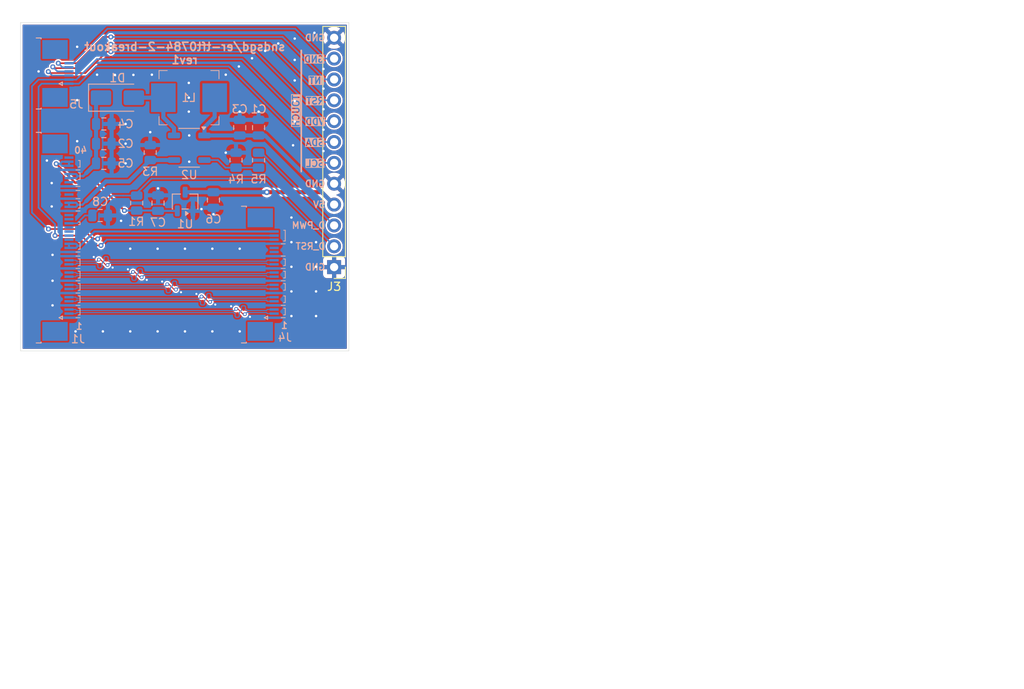
<source format=kicad_pcb>
(kicad_pcb
	(version 20241229)
	(generator "pcbnew")
	(generator_version "9.0")
	(general
		(thickness 1.5422)
		(legacy_teardrops no)
	)
	(paper "A4")
	(layers
		(0 "F.Cu" signal)
		(4 "In1.Cu" signal)
		(6 "In2.Cu" signal)
		(2 "B.Cu" signal)
		(9 "F.Adhes" user "F.Adhesive")
		(11 "B.Adhes" user "B.Adhesive")
		(13 "F.Paste" user)
		(15 "B.Paste" user)
		(5 "F.SilkS" user "F.Silkscreen")
		(7 "B.SilkS" user "B.Silkscreen")
		(1 "F.Mask" user)
		(3 "B.Mask" user)
		(17 "Dwgs.User" user "User.Drawings")
		(19 "Cmts.User" user "User.Comments")
		(21 "Eco1.User" user "User.Eco1")
		(23 "Eco2.User" user "User.Eco2")
		(25 "Edge.Cuts" user)
		(27 "Margin" user)
		(31 "F.CrtYd" user "F.Courtyard")
		(29 "B.CrtYd" user "B.Courtyard")
		(35 "F.Fab" user)
		(33 "B.Fab" user)
		(39 "User.1" user)
		(41 "User.2" user)
		(43 "User.3" user)
		(45 "User.4" user)
	)
	(setup
		(stackup
			(layer "F.SilkS"
				(type "Top Silk Screen")
			)
			(layer "F.Paste"
				(type "Top Solder Paste")
			)
			(layer "F.Mask"
				(type "Top Solder Mask")
				(thickness 0.0152)
			)
			(layer "F.Cu"
				(type "copper")
				(thickness 0.0432)
			)
			(layer "dielectric 1"
				(type "prepreg")
				(thickness 0.1999)
				(material "FR4")
				(epsilon_r 4.5)
				(loss_tangent 0.02)
			)
			(layer "In1.Cu"
				(type "copper")
				(thickness 0.0175)
			)
			(layer "dielectric 2"
				(type "core")
				(thickness 0.9906)
				(material "FR4")
				(epsilon_r 4.5)
				(loss_tangent 0.02)
			)
			(layer "In2.Cu"
				(type "copper")
				(thickness 0.0175)
			)
			(layer "dielectric 3"
				(type "prepreg")
				(thickness 0.1999)
				(material "FR4")
				(epsilon_r 4.5)
				(loss_tangent 0.02)
			)
			(layer "B.Cu"
				(type "copper")
				(thickness 0.0432)
			)
			(layer "B.Mask"
				(type "Bottom Solder Mask")
				(thickness 0.0152)
			)
			(layer "B.Paste"
				(type "Bottom Solder Paste")
			)
			(layer "B.SilkS"
				(type "Bottom Silk Screen")
			)
			(copper_finish "None")
			(dielectric_constraints no)
		)
		(pad_to_mask_clearance 0)
		(allow_soldermask_bridges_in_footprints no)
		(tenting front back)
		(pcbplotparams
			(layerselection 0x00000000_00000000_55555555_5755f5ff)
			(plot_on_all_layers_selection 0x00000000_00000000_00000000_00000000)
			(disableapertmacros no)
			(usegerberextensions no)
			(usegerberattributes yes)
			(usegerberadvancedattributes yes)
			(creategerberjobfile yes)
			(dashed_line_dash_ratio 12.000000)
			(dashed_line_gap_ratio 3.000000)
			(svgprecision 4)
			(plotframeref no)
			(mode 1)
			(useauxorigin no)
			(hpglpennumber 1)
			(hpglpenspeed 20)
			(hpglpendiameter 15.000000)
			(pdf_front_fp_property_popups yes)
			(pdf_back_fp_property_popups yes)
			(pdf_metadata yes)
			(pdf_single_document no)
			(dxfpolygonmode yes)
			(dxfimperialunits yes)
			(dxfusepcbnewfont yes)
			(psnegative no)
			(psa4output no)
			(plot_black_and_white yes)
			(sketchpadsonfab no)
			(plotpadnumbers no)
			(hidednponfab no)
			(sketchdnponfab yes)
			(crossoutdnponfab yes)
			(subtractmaskfromsilk no)
			(outputformat 1)
			(mirror no)
			(drillshape 1)
			(scaleselection 1)
			(outputdirectory "")
		)
	)
	(net 0 "")
	(net 1 "/DSI_D0_P")
	(net 2 "/DSI_D2_N")
	(net 3 "/DSI_D3_P")
	(net 4 "VDD_3V3")
	(net 5 "/LED_A")
	(net 6 "Net-(D1-A)")
	(net 7 "/DSI_D1_P")
	(net 8 "unconnected-(J1-Pin_21-Pad21)")
	(net 9 "GND")
	(net 10 "unconnected-(J1-Pin_20-Pad20)")
	(net 11 "/DSI_CK_P")
	(net 12 "DSI_3V3")
	(net 13 "/DSI_D2_P")
	(net 14 "/DSI_CK_N")
	(net 15 "/DSI_D3_N")
	(net 16 "/DSI_D0_N")
	(net 17 "/DSI_D1_N")
	(net 18 "/GPIO_TFT_RESET")
	(net 19 "/I2C2_SCL_3V3")
	(net 20 "/I2C2_SDA_3V3")
	(net 21 "+5V")
	(net 22 "unconnected-(J1-Pin_31-Pad31)")
	(net 23 "unconnected-(J1-Pin_40-Pad40)")
	(net 24 "unconnected-(J1-Pin_22-Pad22)")
	(net 25 "unconnected-(J1-Pin_34-Pad34)")
	(net 26 "unconnected-(J1-Pin_26-Pad26)")
	(net 27 "unconnected-(J1-Pin_23-Pad23)")
	(net 28 "unconnected-(J1-Pin_25-Pad25)")
	(net 29 "/TOUCH_RST")
	(net 30 "/TOUCH_VDD")
	(net 31 "/TOUCH_GND")
	(net 32 "/TOUCH_INT")
	(net 33 "/LED_K")
	(net 34 "Net-(U2-EN)")
	(net 35 "/LED_PWM")
	(net 36 "unconnected-(J4-Pin_18-Pad18)")
	(net 37 "unconnected-(J4-Pin_17-Pad17)")
	(footprint "Connector_PinHeader_2.54mm:PinHeader_1x12_P2.54mm_Vertical" (layer "F.Cu") (at 63.2 50.04 180))
	(footprint "Resistor_SMD:R_0805_2012Metric" (layer "B.Cu") (at 39.15 42.2375 90))
	(footprint "Connector_FFC-FPC:TE_4-1734839-0_1x40-1MP_P0.5mm_Horizontal" (layer "B.Cu") (at 29.55 46.45 90))
	(footprint "project:SRP7028CC" (layer "B.Cu") (at 45.525 29.4 180))
	(footprint "Capacitor_SMD:C_0805_2012Metric" (layer "B.Cu") (at 35.15 32.6))
	(footprint "Diode_SMD:D_SMA" (layer "B.Cu") (at 36.8 29.4))
	(footprint "Capacitor_SMD:C_0805_2012Metric" (layer "B.Cu") (at 48.5 41.8625 90))
	(footprint "Capacitor_SMD:C_0805_2012Metric" (layer "B.Cu") (at 34.7 43.75 180))
	(footprint "Resistor_SMD:R_0805_2012Metric" (layer "B.Cu") (at 54 37.0125 -90))
	(footprint "Package_TO_SOT_SMD:SOT-89-5" (layer "B.Cu") (at 45.55 35.5 180))
	(footprint "Capacitor_SMD:C_0805_2012Metric" (layer "B.Cu") (at 54 33.05 -90))
	(footprint "Capacitor_SMD:C_0805_2012Metric" (layer "B.Cu") (at 35.15 35))
	(footprint "Package_TO_SOT_SMD:SOT-23-3" (layer "B.Cu") (at 45.05 42.05 90))
	(footprint "Capacitor_SMD:C_0805_2012Metric" (layer "B.Cu") (at 51.7 33.05 -90))
	(footprint "Connector_FFC-FPC:TE_2-1734839-2_1x22-1MP_P0.5mm_Horizontal" (layer "B.Cu") (at 54.55 50.95 90))
	(footprint "Capacitor_SMD:C_0805_2012Metric" (layer "B.Cu") (at 35.15 37.4))
	(footprint "Connector_FFC-FPC:TE_0-1734839-6_1x06-1MP_P0.5mm_Horizontal" (layer "B.Cu") (at 29.55 26.45 90))
	(footprint "Resistor_SMD:R_0805_2012Metric" (layer "B.Cu") (at 40.8 36.0875 90))
	(footprint "Capacitor_SMD:C_0805_2012Metric" (layer "B.Cu") (at 41.75 42.2375 90))
	(footprint "Resistor_SMD:R_0805_2012Metric" (layer "B.Cu") (at 51.25 37.0125 90))
	(gr_line
		(start 57.25 54.35)
		(end 57.05 54.35)
		(stroke
			(width 0.1)
			(type default)
		)
		(layer "B.SilkS")
		(uuid "017f83f8-9ec0-4167-bb26-1fd14f9ab72c")
	)
	(gr_line
		(start 56.75 48.7)
		(end 57.25 48.7)
		(stroke
			(width 0.1)
			(type default)
		)
		(layer "B.SilkS")
		(uuid "02d0956b-1326-42d7-98e5-de775583b242")
	)
	(gr_line
		(start 32.05 47.05)
		(end 32.25 47.05)
		(stroke
			(width 0.1)
			(type default)
		)
		(layer "B.SilkS")
		(uuid "142d2ad9-4520-44d2-9e06-9f272143fd0a")
	)
	(gr_line
		(start 56.75 54.7)
		(end 57.25 54.7)
		(stroke
			(width 0.1)
			(type default)
		)
		(layer "B.SilkS")
		(uuid "1547038a-5897-47bd-96b4-f762f234a367")
	)
	(gr_line
		(start 57.25 49.85)
		(end 57.05 49.85)
		(stroke
			(width 0.1)
			(type default)
		)
		(layer "B.SilkS")
		(uuid "155621f2-c1f9-4418-a397-68acee512fb2")
	)
	(gr_line
		(start 32.25 50.55)
		(end 32.25 51.35)
		(stroke
			(width 0.1)
			(type default)
		)
		(layer "B.SilkS")
		(uuid "1e13f5d2-e26c-44a1-aa46-da7cf0325c56")
	)
	(gr_line
		(start 32.25 47.05)
		(end 32.25 47.85)
		(stroke
			(width 0.1)
			(type default)
		)
		(layer "B.SilkS")
		(uuid "20369a16-bc7a-45b7-ab17-05c1085af606")
	)
	(gr_line
		(start 32.25 49.05)
		(end 32.25 49.85)
		(stroke
			(width 0.1)
			(type default)
		)
		(layer "B.SilkS")
		(uuid "2ef7a211-16c8-4f26-a86e-9171595aa281")
	)
	(gr_line
		(start 31.75 38.2)
		(end 32.25 38.2)
		(stroke
			(width 0.1)
			(type default)
		)
		(layer "B.SilkS")
		(uuid "33a9d71a-068d-4834-b5ab-2664b2facbfc")
	)
	(gr_line
		(start 31.75 51.7)
		(end 32.25 51.7)
		(stroke
			(width 0.1)
			(type default)
		)
		(layer "B.SilkS")
		(uuid "372dbf59-2868-48be-ae72-78aa44dbad82")
	)
	(gr_line
		(start 57.25 55.05)
		(end 57.25 55.85)
		(stroke
			(width 0.1)
			(type default)
		)
		(layer "B.SilkS")
		(uuid "3a291707-d4a2-49de-9616-c7f97b95ccbc")
	)
	(gr_line
		(start 32.05 49.05)
		(end 32.25 49.05)
		(stroke
			(width 0.1)
			(type default)
		)
		(layer "B.SilkS")
		(uuid "47180436-719f-436f-a508-be2c0f62396e")
	)
	(gr_line
		(start 32.05 55.05)
		(end 32.25 55.05)
		(stroke
			(width 0.1)
			(type default)
		)
		(layer "B.SilkS")
		(uuid "491bc0bf-62a8-496a-8603-4b4ff248364f")
	)
	(gr_line
		(start 56.75 47.2)
		(end 57.25 47.2)
		(stroke
			(width 0.1)
			(type default)
		)
		(layer "B.SilkS")
		(uuid "4a1cf773-e74a-47c5-bfda-25da77873cdd")
	)
	(gr_line
		(start 32.25 55.85)
		(end 32.05 55.85)
		(stroke
			(width 0.1)
			(type default)
		)
		(layer "B.SilkS")
		(uuid "4a299177-3f7f-4b62-a294-53d7e12d2e57")
	)
	(gr_line
		(start 57.05 53.55)
		(end 57.25 53.55)
		(stroke
			(width 0.1)
			(type default)
		)
		(layer "B.SilkS")
		(uuid "4cb9d31c-8d17-4333-999b-9ad20125936c")
	)
	(gr_line
		(start 59.2 28.9)
		(end 59.2 23.65)
		(stroke
			(width 0.2)
			(type solid)
		)
		(layer "B.SilkS")
		(uuid "4e15fb77-1b29-48bf-9b22-f42f41965a50")
	)
	(gr_line
		(start 57.05 45.55)
		(end 57.25 45.55)
		(stroke
			(width 0.1)
			(type default)
		)
		(layer "B.SilkS")
		(uuid "51d90e1d-57b6-445a-9415-eab1fc3802f3")
	)
	(gr_line
		(start 31.75 43.2)
		(end 32.25 43.2)
		(stroke
			(width 0.1)
			(type default)
		)
		(layer "B.SilkS")
		(uuid "525e86c3-40ae-47f8-8a53-dda9492b32eb")
	)
	(gr_line
		(start 31.75 41.7)
		(end 32.25 41.7)
		(stroke
			(width 0.1)
			(type default)
		)
		(layer "B.SilkS")
		(uuid "5494c6fc-b280-45e5-afb7-e872241be0e7")
	)
	(gr_line
		(start 32.25 38.55)
		(end 32.25 39.35)
		(stroke
			(width 0.1)
			(type default)
		)
		(layer "B.SilkS")
		(uuid "59a01480-c1e1-449b-90e8-96444527e6bd")
	)
	(gr_line
		(start 57.25 50.55)
		(end 57.25 51.35)
		(stroke
			(width 0.1)
			(type default)
		)
		(layer "B.SilkS")
		(uuid "59d5f23f-c9d3-4a7f-bd47-4ed7232822a0")
	)
	(gr_line
		(start 32.25 37.05)
		(end 32.25 37.85)
		(stroke
			(width 0.1)
			(type default)
		)
		(layer "B.SilkS")
		(uuid "6d2971c2-6833-4042-8508-71120dee99f2")
	)
	(gr_line
		(start 32.25 47.85)
		(end 32.05 47.85)
		(stroke
			(width 0.1)
			(type default)
		)
		(layer "B.SilkS")
		(uuid "6fea41f6-ebcc-4031-8f82-ddb462663ea2")
	)
	(gr_line
		(start 57.05 55.05)
		(end 57.25 55.05)
		(stroke
			(width 0.1)
			(type default)
		)
		(layer "B.SilkS")
		(uuid "7181016a-3260-439a-b07c-ef5dd78804d3")
	)
	(gr_line
		(start 32.05 52.05)
		(end 32.25 52.05)
		(stroke
			(width 0.1)
			(type default)
		)
		(layer "B.SilkS")
		(uuid "7b46f069-54a6-4efd-aaa0-b34adc7279fd")
	)
	(gr_line
		(start 31.75 56.2)
		(end 32.25 56.2)
		(stroke
			(width 0.1)
			(type default)
		)
		(layer "B.SilkS")
		(uuid "7ca245e4-a0d8-4c10-aa84-023338593875")
	)
	(gr_line
		(start 32.25 37.85)
		(end 32.05 37.85)
		(stroke
			(width 0.1)
			(type default)
		)
		(layer "B.SilkS")
		(uuid "806bd2d8-6b2a-490b-b4f1-9c3eb643136e")
	)
	(gr_line
		(start 32.25 44.55)
		(end 32.25 44.85)
		(stroke
			(width 0.1)
			(type default)
		)
		(layer "B.SilkS")
		(uuid "807027c6-2c0e-455d-92e7-eabb7d4ede28")
	)
	(gr_line
		(start 32.25 55.05)
		(end 32.25 55.85)
		(stroke
			(width 0.1)
			(type default)
		)
		(layer "B.SilkS")
		(uuid "81d932a9-896e-4c3d-be12-7732f42cc755")
	)
	(gr_line
		(start 32.25 52.85)
		(end 32.05 52.85)
		(stroke
			(width 0.1)
			(type default)
		)
		(layer "B.SilkS")
		(uuid "848cb57f-2272-483b-aafb-26202f8445c0")
	)
	(gr_line
		(start 57.25 52.85)
		(end 57.05 52.85)
		(stroke
			(width 0.1)
			(type default)
		)
		(layer "B.SilkS")
		(uuid "849a2b6e-df23-4971-811f-bd05af39c3f8")
	)
	(gr_line
		(start 56.75 56.2)
		(end 57.25 56.2)
		(stroke
			(width 0.1)
			(type default)
		)
		(layer "B.SilkS")
		(uuid "89245e70-ccb7-4eff-a098-536817668baa")
	)
	(gr_line
		(start 32.25 39.35)
		(end 32.05 39.35)
		(stroke
			(width 0.1)
			(type default)
		)
		(layer "B.SilkS")
		(uuid "894bfd39-be45-4c8d-8433-3b8acbfa90bf")
	)
	(gr_line
		(start 31.75 40.2)
		(end 32.25 40.2)
		(stroke
			(width 0.1)
			(type default)
		)
		(layer "B.SilkS")
		(uuid "8d34c297-1e11-451b-a03a-44075f2b581d")
	)
	(gr_line
		(start 32.25 49.85)
		(end 32.05 49.85)
		(stroke
			(width 0.1)
			(type default)
		)
		(layer "B.SilkS")
		(uuid "8e809627-091e-402c-9dfa-85a4bb54aa8f")
	)
	(gr_line
		(start 32.25 51.35)
		(end 32.05 51.35)
		(stroke
			(width 0.1)
			(type default)
		)
		(layer "B.SilkS")
		(uuid "925355e6-d88a-4f34-bc4b-2442339126b0")
	)
	(gr_line
		(start 32.25 42.05)
		(end 32.25 42.85)
		(stroke
			(width 0.1)
			(type default)
		)
		(layer "B.SilkS")
		(uuid "951d5dd9-217b-41e8-819c-85da04fda444")
	)
	(gr_line
		(start 32.25 44.85)
		(end 32.05 44.85)
		(stroke
			(width 0.1)
			(type default)
		)
		(layer "B.SilkS")
		(uuid "9602f41c-2413-45bf-9b77-02b16eeaabe7")
	)
	(gr_line
		(start 57.25 53.55)
		(end 57.25 54.35)
		(stroke
			(width 0.1)
			(type default)
		)
		(layer "B.SilkS")
		(uuid "99a07b0d-91f8-4094-bf6a-91cd81c595ec")
	)
	(gr_line
		(start 57.05 52.05)
		(end 57.25 52.05)
		(stroke
			(width 0.1)
			(type default)
		)
		(layer "B.SilkS")
		(uuid "9c5cf21e-f06b-441e-bdb1-6d25aaacd1de")
	)
	(gr_line
		(start 31.75 48.7)
		(end 32.25 48.7)
		(stroke
			(width 0.1)
			(type default)
		)
		(layer "B.SilkS")
		(uuid "9dafc163-e864-4b40-9384-506f1f780378")
	)
	(gr_line
		(start 57.25 51.35)
		(end 57.05 51.35)
		(stroke
			(width 0.1)
			(type default)
		)
		(layer "B.SilkS")
		(uuid "a8eae484-a054-4241-878f-8d7c2c06232f")
	)
	(gr_line
		(start 57.25 46.85)
		(end 57.05 46.85)
		(stroke
			(width 0.1)
			(type default)
		)
		(layer "B.SilkS")
		(uuid "b50031a1-788d-4abe-a48c-ebb7b1491af5")
	)
	(gr_line
		(start 57.25 52.05)
		(end 57.25 52.85)
		(stroke
			(width 0.1)
			(type default)
		)
		(layer "B.SilkS")
		(uuid "b586a6de-4789-47f6-97fe-a6bdb6ba89ff")
	)
	(gr_line
		(start 56.75 51.7)
		(end 57.25 51.7)
		(stroke
			(width 0.1)
			(type default)
		)
		(layer "B.SilkS")
		(uuid "b8ec728a-ea83-4a46-9018-eca97901dd91")
	)
	(gr_line
		(start 32.05 37.05)
		(end 32.25 37.05)
		(stroke
			(width 0.1)
			(type default)
		)
		(layer "B.SilkS")
		(uuid "bdcd513a-f543-474c-95c4-3a488bbb2987")
	)
	(gr_line
		(start 31.75 40.7)
		(end 32.25 40.7)
		(stroke
			(width 0.1)
			(type default)
		)
		(layer "B.SilkS")
		(uuid "bf997d2e-411b-4f6a-a20b-486713d5838c")
	)
	(gr_line
		(start 56.75 50.2)
		(end 57.25 50.2)
		(stroke
			(width 0.1)
			(type default)
		)
		(layer "B.SilkS")
		(uuid "bfc5253e-5e1f-40ab-919b-63844b54b777")
	)
	(gr_line
		(start 57.25 55.85)
		(end 57.05 55.85)
		(stroke
			(width 0.1)
			(type default)
		)
		(layer "B.SilkS")
		(uuid "bfdd81b6-167b-4500-8086-2882548c46ea")
	)
	(gr_line
		(start 57.25 49.05)
		(end 57.25 49.85)
		(stroke
			(width 0.1)
			(type default)
		)
		(layer "B.SilkS")
		(uuid "c9e0afce-69bd-4f58-86a2-74bc5446c0bf")
	)
	(gr_line
		(start 32.25 54.35)
		(end 32.05 54.35)
		(stroke
			(width 0.1)
			(type default)
		)
		(layer "B.SilkS")
		(uuid "cb255dab-751a-42af-836d-b66f4667320e")
	)
	(gr_line
		(start 31.75 50.2)
		(end 32.25 50.2)
		(stroke
			(width 0.1)
			(type default)
		)
		(layer "B.SilkS")
		(uuid "d4614074-ce04-4a5c-b793-ea5b7fccfe97")
	)
	(gr_line
		(start 57.05 49.05)
		(end 57.25 49.05)
		(stroke
			(width 0.1)
			(type default)
		)
		(layer "B.SilkS")
		(uuid "d4f18c04-c5b8-4bb2-a437-c5370615122d")
	)
	(gr_line
		(start 57.05 50.55)
		(end 57.25 50.55)
		(stroke
			(width 0.1)
			(type default)
		)
		(layer "B.SilkS")
		(uuid "d6b1c7d6-a94d-442d-93bf-9b5a399282ec")
	)
	(gr_line
		(start 31.75 48.2)
		(end 32.25 48.2)
		(stroke
			(width 0.1)
			(type default)
		)
		(layer "B.SilkS")
		(uuid "db58b7cf-03e2-4133-91a0-67ff7099e01f")
	)
	(gr_line
		(start 59.2 23.65)
		(end 59.2 38.4)
		(stroke
			(width 0.2)
			(type solid)
		)
		(layer "B.SilkS")
		(uuid "de4cee5b-cbe9-4e47-9781-bf283456dc7f")
	)
	(gr_line
		(start 31.75 54.7)
		(end 32.25 54.7)
		(stroke
			(width 0.1)
			(type default)
		)
		(layer "B.SilkS")
		(uuid "dedbb5cf-fce5-4bc4-9cfd-549110eed157")
	)
	(gr_line
		(start 32.05 50.55)
		(end 32.25 50.55)
		(stroke
			(width 0.1)
			(type default)
		)
		(layer "B.SilkS")
		(uuid "e1a50ace-c9ef-4a99-b2e7-4406a69f7790")
	)
	(gr_line
		(start 32.05 44.55)
		(end 32.25 44.55)
		(stroke
			(width 0.1)
			(type default)
		)
		(layer "B.SilkS")
		(uuid "e31c5ae0-3a5e-42ea-b831-b353bfb82ef1")
	)
	(gr_line
		(start 32.05 42.05)
		(end 32.25 42.05)
		(stroke
			(width 0.1)
			(type default)
		)
		(layer "B.SilkS")
		(uuid "e903d4e8-7ce6-484c-a25e-e1b240e9c6bd")
	)
	(gr_line
		(start 32.25 42.85)
		(end 32.05 42.85)
		(stroke
			(width 0.1)
			(type default)
		)
		(layer "B.SilkS")
		(uuid "eb15ed1f-c611-4805-a9e2-cf3a36ce439b")
	)
	(gr_line
		(start 32.05 38.55)
		(end 32.25 38.55)
		(stroke
			(width 0.1)
			(type default)
		)
		(layer "B.SilkS")
		(uuid "ee1d8a78-ba02-47e5-83ff-851cac376fc2")
	)
	(gr_line
		(start 32.25 52.05)
		(end 32.25 52.85)
		(stroke
			(width 0.1)
			(type default)
		)
		(layer "B.SilkS")
		(uuid "f2997c83-27c0-4a38-8515-e2bb6674df9f")
	)
	(gr_line
		(start 57.25 45.55)
		(end 57.25 46.85)
		(stroke
			(width 0.1)
			(type default)
		)
		(layer "B.SilkS")
		(uuid "f3d415fe-59b3-4ff4-b813-23fa601fa5f7")
	)
	(gr_line
		(start 31.75 53.2)
		(end 32.25 53.2)
		(stroke
			(width 0.1)
			(type default)
		)
		(layer "B.SilkS")
		(uuid "f6ab399e-f060-41a7-9fad-eae24b10ef57")
	)
	(gr_line
		(start 32.05 53.55)
		(end 32.25 53.55)
		(stroke
			(width 0.1)
			(type default)
		)
		(layer "B.SilkS")
		(uuid "f9d10fa7-1a39-4ae6-b706-906650e6f863")
	)
	(gr_line
		(start 32.25 53.55)
		(end 32.25 54.35)
		(stroke
			(width 0.1)
			(type default)
		)
		(layer "B.SilkS")
		(uuid "fff4de7d-a959-4c98-8ade-f2789b523a62")
	)
	(gr_line
		(start 51.733333 44.5)
		(end 51.733333 56.1)
		(stroke
			(width 0.05)
			(type solid)
		)
		(layer "Dwgs.User")
		(uuid "128719dc-438a-47bc-8816-dfc258f86c3b")
	)
	(gr_line
		(start 30.9 45.1)
		(end 30.9 56.7)
		(stroke
			(width 0.05)
			(type solid)
		)
		(layer "Dwgs.User")
		(uuid "15f9b7c4-a4fc-4999-a94e-261ca1e15318")
	)
	(gr_line
		(start 47.566667 44.7)
		(end 47.566667 56.3)
		(stroke
			(width 0.05)
			(type solid)
		)
		(layer "Dwgs.User")
		(uuid "a649d383-8a68-418b-9bc7-115945dbaef5")
	)
	(gr_line
		(start 55.9 45)
		(end 55.9 56.6)
		(stroke
			(width 0.05)
			(type solid)
		)
		(layer "Dwgs.User")
		(uuid "f4bb6f0f-a102-41bd-811d-d2365ee2a6fa")
	)
	(gr_line
		(start 25 20.25)
		(end 25 60.25)
		(stroke
			(width 0.05)
			(type default)
		)
		(layer "Edge.Cuts")
		(uuid "39120b6f-fb04-45d4-93a6-0583de2174f6")
	)
	(gr_line
		(start 25 60.25)
		(end 65 60.25)
		(stroke
			(width 0.05)
			(type default)
		)
		(layer "Edge.Cuts")
		(uuid "57cb16ed-9ab6-4eb6-ae69-be213b49e768")
	)
	(gr_line
		(start 65 60.25)
		(end 65 20.25)
		(stroke
			(width 0.05)
			(type default)
		)
		(layer "Edge.Cuts")
		(uuid "6774ac52-2346-401c-a92e-83e71a98b647")
	)
	(gr_line
		(start 65 20.25)
		(end 25 20.25)
		(stroke
			(width 0.05)
			(type default)
		)
		(layer "Edge.Cuts")
		(uuid "d262ec27-db06-4f38-9bfc-34052286710b")
	)
	(gr_rect
		(start 115.4 57)
		(end 147.2 101.4)
		(stroke
			(width 0.1)
			(type default)
		)
		(fill no)
		(layer "B.Fab")
		(uuid "9cc19793-1cf7-4f4f-a7d4-af9686643c02")
	)
	(gr_text "RST"
		(at 62.1 29.8 0)
		(layer "B.SilkS" knockout)
		(uuid "015b0af0-a556-4730-af86-14df18125ff6")
		(effects
			(font
				(size 0.8 0.8)
				(thickness 0.15)
				(bold yes)
			)
			(justify left mirror)
		)
	)
	(gr_text "GND"
		(at 62.2 50.04 0)
		(layer "B.SilkS")
		(uuid "2963a992-241c-4a9d-9097-49ec0a211dde")
		(effects
			(font
				(size 0.8 0.8)
				(thickness 0.15)
				(bold yes)
			)
			(justify left mirror)
		)
	)
	(gr_text "1"
		(at 31.65 57.25 0)
		(layer "B.SilkS")
		(uuid "3a3dc7a6-7a8c-49a8-b5b7-dd6df74745ef")
		(effects
			(font
				(size 0.8 0.8)
				(thickness 0.16)
				(bold yes)
			)
			(justify right mirror)
		)
	)
	(gr_text "40"
		(at 31.45 35.8 0)
		(layer "B.SilkS")
		(uuid "54802177-64fe-4e9b-9a7d-835ba0a3c4ff")
		(effects
			(font
				(size 0.8 0.8)
				(thickness 0.16)
				(bold yes)
			)
			(justify right mirror)
		)
	)
	(gr_text "INT"
		(at 62.1 27.32 0)
		(layer "B.SilkS" knockout)
		(uuid "6557c8d7-7827-4456-949a-91608f4d3f83")
		(effects
			(font
				(size 0.8 0.8)
				(thickness 0.15)
				(bold yes)
			)
			(justify left mirror)
		)
	)
	(gr_text "GND"
		(at 62.2 22.1 0)
		(layer "B.SilkS")
		(uuid "6c135fce-1579-4b86-bb32-b92a2ab66a30")
		(effects
			(font
				(size 0.8 0.8)
				(thickness 0.15)
				(bold yes)
			)
			(justify left mirror)
		)
	)
	(gr_text "D_RST"
		(at 62.2 47.5 0)
		(layer "B.SilkS")
		(uuid "754a89c8-c51a-43c3-a18f-93e653b31f52")
		(effects
			(font
				(size 0.8 0.8)
				(thickness 0.15)
				(bold yes)
			)
			(justify left mirror)
		)
	)
	(gr_text "TOUCH"
		(at 59.025 31.025 90)
		(layer "B.SilkS" knockout)
		(uuid "7e3a863c-a27c-4387-b878-653d10c6c4ac")
		(effects
			(font
				(size 0.8 0.8)
				(thickness 0.15)
				(bold yes)
			)
			(justify bottom mirror)
		)
	)
	(gr_text "GND"
		(at 62.2 39.88 0)
		(layer "B.SilkS")
		(uuid "8f5cf49d-4036-4d0c-b327-9cadf123a81c")
		(effects
			(font
				(size 0.8 0.8)
				(thickness 0.15)
				(bold yes)
			)
			(justify left mirror)
		)
	)
	(gr_text "D_PWM"
		(at 62.2 44.96 0)
		(layer "B.SilkS")
		(uuid "a1dd4c3f-6c32-4481-a098-e1308a61a361")
		(effects
			(font
				(size 0.8 0.8)
				(thickness 0.15)
				(bold yes)
			)
			(justify left mirror)
		)
	)
	(gr_text "GND"
		(at 62.1 24.72 0)
		(layer "B.SilkS" knockout)
		(uuid "af503cb0-678d-4928-8ef7-eea50aa7e0f3")
		(effects
			(font
				(size 0.8 0.8)
				(thickness 0.15)
				(bold yes)
			)
			(justify left mirror)
		)
	)
	(gr_text "1"
		(at 56.65 57.15 0)
		(layer "B.SilkS")
		(uuid "dadb33a0-ab19-499a-a61e-c6f90555ef44")
		(effects
			(font
				(size 0.8 0.8)
				(thickness 0.16)
				(bold yes)
			)
			(justify right mirror)
		)
	)
	(gr_text "5V"
		(at 62.2 42.42 0)
		(layer "B.SilkS")
		(uuid "dfff5d31-dba7-4d9a-95d5-694572475ddc")
		(effects
			(font
				(size 0.8 0.8)
				(thickness 0.15)
				(bold yes)
			)
			(justify left mirror)
		)
	)
	(gr_text "SCL"
		(at 62.1 37.42 0)
		(layer "B.SilkS" knockout)
		(uuid "e79484cb-efbd-4a66-b535-82dfc5906445")
		(effects
			(font
				(size 0.8 0.8)
				(thickness 0.15)
				(bold yes)
			)
			(justify left mirror)
		)
	)
	(gr_text "VDD"
		(at 62.1 32.34 0)
		(layer "B.SilkS" knockout)
		(uuid "ef85504e-1fa4-416e-8c08-1be1610c53d5")
		(effects
			(font
				(size 0.8 0.8)
				(thickness 0.15)
				(bold yes)
			)
			(justify left mirror)
		)
	)
	(gr_text "sndsgd/er-tft0784-2-breakout\nrev1"
		(at 45 24 0)
		(layer "B.SilkS")
		(uuid "fdcbeb61-c6ff-438b-ac7d-7e184a31bd45")
		(effects
			(font
				(size 1 1)
				(thickness 0.2)
				(bold yes)
			)
			(justify mirror)
		)
	)
	(gr_text "SDA"
		(at 62.1 34.88 0)
		(layer "B.SilkS" knockout)
		(uuid "fef7e17b-502f-4575-b84e-91b5521f2bcc")
		(effects
			(font
				(size 0.8 0.8)
				(thickness 0.15)
				(bold yes)
			)
			(justify left mirror)
		)
	)
	(segment
		(start 51.487868 56.15)
		(end 51.312132 56.15)
		(width 0.127)
		(layer "B.Cu")
		(net 1)
		(uuid "02236b36-699d-45e9-912c-56764ef0c644")
	)
	(segment
		(start 51.106066 55.706066)
		(end 51.074447 55.674447)
		(width 0.127)
		(layer "B.Cu")
		(net 1)
		(uuid "0672feea-2cbd-4e5e-8bb4-1c678043e490")
	)
	(segment
		(start 51.206066 56.106066)
		(end 51.193934 56.093934)
		(width 0.127)
		(layer "B.Cu")
		(net 1)
		(uuid "06fe80fe-1581-42c2-b0b2-3dd709790968")
	)
	(segment
		(start 52.409033 54.911165)
		(end 52.409033 55.086901)
		(width 0.127)
		(layer "B.Cu")
		(net 1)
		(uuid "09927068-189b-4720-b2f4-2193cdd70ca0")
	)
	(segment
		(start 50.841599 55.577999)
		(end 31.847002 55.577999)
		(width 0.127)
		(layer "B.Cu")
		(net 1)
		(uuid "1469265d-dc3b-4652-829b-258089445b18")
	)
	(segment
		(start 51.606066 56.093934)
		(end 51.593934 56.106066)
		(width 0.127)
		(layer "B.Cu")
		(net 1)
		(uuid "166abb2b-2b5f-400a-88e6-240b35e9e29b")
	)
	(segment
		(start 51.65 55.642165)
		(end 51.65 55.987868)
		(width 0.127)
		(layer "B.Cu")
		(net 1)
		(uuid "1e2d59d6-52bd-4ed1-890c-f562d00cd5fb")
	)
	(segment
		(start 31.725001 55.7)
		(end 30.9 55.7)
		(width 0.127)
		(layer "B.Cu")
		(net 1)
		(uuid "2888bbbc-ffcc-4d4e-a3b0-175352eb4fc2")
	)
	(segment
		(start 54.951999 55.323)
		(end 55.074999 55.2)
		(width 0.127)
		(layer "B.Cu")
		(net 1)
		(uuid "2c9aa252-b3aa-4c34-863f-ca4fd14421a0")
	)
	(segment
		(start 51.693934 55.534099)
		(end 51.865099 55.362934)
		(width 0.127)
		(layer "B.Cu")
		(net 1)
		(uuid "32390624-a899-4fea-bfad-8c821702d29e")
	)
	(segment
		(start 51.952967 54.805099)
		(end 51.965099 54.792967)
		(width 0.127)
		(layer "B.Cu")
		(net 1)
		(uuid "3f0178a2-4a6d-4bd0-ad82-59463a9d522f")
	)
	(segment
		(start 51.15 55.987868)
		(end 51.15 55.812132)
		(width 0.127)
		(layer "B.Cu")
		(net 1)
		(uuid "646bc3ca-1d7f-4ff3-8863-364f4ec06f37")
	)
	(segment
		(start 52.352967 54.792967)
		(end 52.365099 54.805099)
		(width 0.127)
		(layer "B.Cu")
		(net 1)
		(uuid "8de7ed7c-b23a-4584-9906-8f9832ffa619")
	)
	(segment
		(start 52.071165 54.749033)
		(end 52.246901 54.749033)
		(width 0.127)
		(layer "B.Cu")
		(net 1)
		(uuid "9111c615-10ff-4617-9f6a-c3ec2fe1ea30")
	)
	(segment
		(start 52.452967 55.192967)
		(end 52.46405 55.20405)
		(width 0.127)
		(layer "B.Cu")
		(net 1)
		(uuid "acb5d293-139c-40d5-950f-2ecfe746f3a1")
	)
	(segment
		(start 55.074999 55.2)
		(end 55.9 55.2)
		(width 0.127)
		(layer "B.Cu")
		(net 1)
		(uuid "c1d6c884-117e-4802-a53c-0004b4dd87ab")
	)
	(segment
		(start 31.847002 55.577999)
		(end 31.725001 55.7)
		(width 0.127)
		(layer "B.Cu")
		(net 1)
		(uuid "da12eaa8-a4ad-4c78-9031-a6d1a545bf54")
	)
	(segment
		(start 52.748885 55.322033)
		(end 54.951032 55.322033)
		(width 0.127)
		(layer "B.Cu")
		(net 1)
		(uuid "e8398c78-36f4-4c31-987d-ec5b7d3acdea")
	)
	(segment
		(start 54.951032 55.322033)
		(end 54.951999 55.323)
		(width 0.127)
		(layer "B.Cu")
		(net 1)
		(uuid "ef7381de-e7d0-42dc-99f1-55f0c7c944f2")
	)
	(segment
		(start 51.909033 55.256868)
		(end 51.909033 54.911165)
		(width 0.127)
		(layer "B.Cu")
		(net 1)
		(uuid "f809f070-5e8d-4d42-a41e-8c09ca947847")
	)
	(segment
		(start 51.693934 55.536099)
		(end 51.693934 55.534099)
		(width 0.127)
		(layer "B.Cu")
		(net 1)
		(uuid "fc1d1b31-1918-40dc-89ea-65e5f2593372")
	)
	(arc
		(start 51.965099 54.792967)
		(mid 52.013762 54.760451)
		(end 52.071165 54.749033)
		(width 0.127)
		(layer "B.Cu")
		(net 1)
		(uuid "037aa3c7-0777-4526-881a-fa3513ab4faf")
	)
	(arc
		(start 51.693934 55.536099)
		(mid 51.661418 55.584762)
		(end 51.65 55.642165)
		(width 0.127)
		(layer "B.Cu")
		(net 1)
		(uuid "07b164ac-790a-4280-9c4d-da4792f89e78")
	)
	(arc
		(start 51.15 55.812132)
		(mid 51.138582 55.754729)
		(end 51.106066 55.706066)
		(width 0.127)
		(layer "B.Cu")
		(net 1)
		(uuid "0c7c82f2-8753-4fa5-80a4-53971b66568b")
	)
	(arc
		(start 51.206066 56.106066)
		(mid 51.254729 56.138582)
		(end 51.312132 56.15)
		(width 0.127)
		(layer "B.Cu")
		(net 1)
		(uuid "2acfbfa5-08da-4c13-aaec-9dcd21cefec1")
	)
	(arc
		(start 51.909033 55.256868)
		(mid 51.897615 55.314271)
		(end 51.865099 55.362934)
		(width 0.127)
		(layer "B.Cu")
		(net 1)
		(uuid "3a28946a-2229-4ae4-af72-c0c582e497c9")
	)
	(arc
		(start 52.46405 55.20405)
		(mid 52.594733 55.29137)
		(end 52.748885 55.322033)
		(width 0.127)
		(layer "B.Cu")
		(net 1)
		(uuid "82efcf87-de70-4ac3-a738-8e4c5c56ca1f")
	)
	(arc
		(start 51.15 55.987868)
		(mid 51.161418 56.045271)
		(end 51.193934 56.093934)
		(width 0.127)
		(layer "B.Cu")
		(net 1)
		(uuid "848cfc83-6641-40bf-ac4a-31f3cdd7fb9b")
	)
	(arc
		(start 51.606066 56.093934)
		(mid 51.638582 56.045271)
		(end 51.65 55.987868)
		(width 0.127)
		(layer "B.Cu")
		(net 1)
		(uuid "8a766c65-d0f6-4d1d-83ae-ee941502ea9e")
	)
	(arc
		(start 51.952967 54.805099)
		(mid 51.920451 54.853762)
		(end 51.909033 54.911165)
		(width 0.127)
		(layer "B.Cu")
		(net 1)
		(uuid "8efa6fd8-7ed1-4bd9-8f59-50e9f53c6c4c")
	)
	(arc
		(start 52.409033 55.086901)
		(mid 52.420451 55.144304)
		(end 52.452967 55.192967)
		(width 0.127)
		(layer "B.Cu")
		(net 1)
		(uuid "91349ed1-70ff-4d4b-8c10-0f4cc742cfe8")
	)
	(arc
		(start 52.409033 54.911165)
		(mid 52.397615 54.853762)
		(end 52.365099 54.805099)
		(width 0.127)
		(layer "B.Cu")
		(net 1)
		(uuid "93e7760a-1118-48fa-84ed-fefb9967cc67")
	)
	(arc
		(start 52.352967 54.792967)
		(mid 52.304304 54.760451)
		(end 52.246901 54.749033)
		(width 0.127)
		(layer "B.Cu")
		(net 1)
		(uuid "c1e35d19-1c0e-4bfe-81a8-c14f6e03ecae")
	)
	(arc
		(start 51.074447 55.674447)
		(mid 50.967615 55.603065)
		(end 50.841599 55.577999)
		(width 0.127)
		(layer "B.Cu")
		(net 1)
		(uuid "d3d74fca-adcb-4eb9-9494-92ede423f0a6")
	)
	(arc
		(start 51.593934 56.106066)
		(mid 51.545271 56.138582)
		(end 51.487868 56.15)
		(width 0.127)
		(layer "B.Cu")
		(net 1)
		(uuid "d806d3f3-aa1a-4542-843b-16924af83a72")
	)
	(segment
		(start 38.705 50.625)
		(end 38.905 50.625)
		(width 0.127)
		(layer "F.Cu")
		(net 2)
		(uuid "49e3f344-efd5-4b3d-bc84-44ffb9242bde")
	)
	(segment
		(start 39.755 51.275)
		(end 39.555 51.275)
		(width 0.127)
		(layer "F.Cu")
		(net 2)
		(uuid "4e017ae2-0444-44fa-bde7-8d6a494434c7")
	)
	(segment
		(start 39.555 51.275)
		(end 38.905 50.625)
		(width 0.127)
		(layer "F.Cu")
		(net 2)
		(uuid "f96315fc-bf9b-42c1-bffc-06d0e0d62dd2")
	)
	(via
		(at 38.705 50.625)
		(size 0.4572)
		(drill 0.254)
		(layers "F.Cu" "B.Cu")
		(net 2)
		(uuid "84c828d6-4148-43ea-8cff-f69ac312207f")
	)
	(via
		(at 39.755 51.275)
		(size 0.4572)
		(drill 0.254)
		(layers "F.Cu" "B.Cu")
		(net 2)
		(uuid "a96beed1-1706-4202-91ec-31d4122782da")
	)
	(segment
		(start 38.507 50.823)
		(end 38.705 50.625)
		(width 0.127)
		(layer "B.Cu")
		(net 2)
		(uuid "1455cbe6-6859-496d-bedc-702391cd33f2")
	)
	(segment
		(start 55.074999 51.2)
		(end 54.951999 51.077)
		(width 0.127)
		(layer "B.Cu")
		(net 2)
		(uuid "15b3b541-f09c-4819-a4a2-087177298041")
	)
	(segment
		(start 31.848001 50.823)
		(end 31.725001 50.7)
		(width 0.127)
		(layer "B.Cu")
		(net 2)
		(uuid "3abcec6d-8698-4e04-94cb-b2b7a0a9b751")
	)
	(segment
		(start 55.9 51.2)
		(end 55.074999 51.2)
		(width 0.127)
		(layer "B.Cu")
		(net 2)
		(uuid "6948b52b-0792-40f9-a681-907bf025d9b7")
	)
	(segment
		(start 38.507 50.823)
		(end 31.848001 50.823)
		(width 0.127)
		(layer "B.Cu")
		(net 2)
		(uuid "87fd44c9-c94b-4c9b-ad0e-e8b5b2bb3977")
	)
	(segment
		(start 39.953 51.077)
		(end 39.755 51.275)
		(width 0.127)
		(layer "B.Cu")
		(net 2)
		(uuid "8e726f6e-df23-46cb-b250-6719994dc336")
	)
	(segment
		(start 39.953 51.077)
		(end 54.951999 51.077)
		(width 0.127)
		(layer "B.Cu")
		(net 2)
		(uuid "9ca84e33-65f0-4a8c-b9f1-10ec76a5da99")
	)
	(segment
		(start 38.507 50.823)
		(end 38.503034 50.819034)
		(width 0.127)
		(layer "B.Cu")
		(net 2)
		(uuid "c95cc024-de1c-4546-a554-9aae0f828c40")
	)
	(segment
		(start 31.725001 50.7)
		(end 30.9 50.7)
		(width 0.127)
		(layer "B.Cu")
		(net 2)
		(uuid "eaa21866-ad98-4937-8138-e0f05a24f0b4")
	)
	(segment
		(start 31.847002 49.577999)
		(end 31.725001 49.7)
		(width 0.127)
		(layer "B.Cu")
		(net 3)
		(uuid "04c4b4f8-b9cd-4352-982e-d0c0894a6047")
	)
	(segment
		(start 35.635099 48.805099)
		(end 35.622967 48.792967)
		(width 0.127)
		(layer "B.Cu")
		(net 3)
		(uuid "25ef5cd4-ad31-4698-acb7-aaac413d1928")
	)
	(segment
		(start 34.476066 50.106066)
		(end 34.463934 50.093934)
		(width 0.127)
		(layer "B.Cu")
		(net 3)
		(uuid "350a35ef-0a16-4033-9aee-3c160f7593b2")
	)
	(segment
		(start 34.757868 50.15)
		(end 34.582132 50.15)
		(width 0.127)
		(layer "B.Cu")
		(net 3)
		(uuid "5a5f5231-c694-4b61-aca9-15439733853e")
	)
	(segment
		(start 35.179033 48.911165)
		(end 35.179033 49.256868)
		(width 0.127)
		(layer "B.Cu")
		(net 3)
		(uuid "5c934e4c-f972-4836-b797-2cd3e09058ff")
	)
	(segment
		(start 34.876066 50.093934)
		(end 34.863934 50.106066)
		(width 0.127)
		(layer "B.Cu")
		(net 3)
		(uuid "604392e0-bbb8-4698-9aeb-7f28e2b6b2d5")
	)
	(segment
		(start 35.73405 49.20405)
		(end 35.722967 49.192967)
		(width 0.127)
		(layer "B.Cu")
		(net 3)
		(uuid "662f3634-662d-4130-a990-d94440a0c5aa")
	)
	(segment
		(start 55.074999 49.2)
		(end 54.951999 49.323)
		(width 0.127)
		(layer "B.Cu")
		(net 3)
		(uuid "72ca4a51-d1a1-402e-950b-0b0474257a7c")
	)
	(segment
		(start 31.848001 49.577)
		(end 31.725001 49.7)
		(width 0.127)
		(layer "B.Cu")
		(net 3)
		(uuid "8251a080-6a08-4199-9bd4-2e6e133bda03")
	)
	(segment
		(start 35.135099 49.362934)
		(end 34.963934 49.534099)
		(width 0.127)
		(layer "B.Cu")
		(net 3)
		(uuid "942b134b-c642-4c4f-aa07-0456b166bfde")
	)
	(segment
		(start 35.679033 49.086901)
		(end 35.679033 48.911165)
		(width 0.127)
		(layer "B.Cu")
		(net 3)
		(uuid "a9ab9904-088e-4595-90d2-4af9b216e6f0")
	)
	(segment
		(start 34.42 49.987868)
		(end 34.42 49.812132)
		(width 0.127)
		(layer "B.Cu")
		(net 3)
		(uuid "aa78fdbc-8fbc-4add-8b29-e5b74c67d9b9")
	)
	(segment
		(start 54.951999 49.323)
		(end 36.019852 49.323)
		(width 0.127)
		(layer "B.Cu")
		(net 3)
		(uuid "adc9d26c-7ec8-4e28-a393-bba5d2325b2d")
	)
	(segment
		(start 34.111599 49.577999)
		(end 31.847002 49.577999)
		(width 0.127)
		(layer "B.Cu")
		(net 3)
		(uuid "b07ff162-d809-4e21-a0c1-dd2c2b22340c")
	)
	(segment
		(start 34.963934 49.534099)
		(end 34.963934 49.536099)
		(width 0.127)
		(layer "B.Cu")
		(net 3)
		(uuid "b9b11ade-486c-4e9d-bc17-9ebba16723bf")
	)
	(segment
		(start 34.92 49.642165)
		(end 34.92 49.987868)
		(width 0.127)
		(layer "B.Cu")
		(net 3)
		(uuid "bf0127f8-b1f4-4bad-88d1-361b419a1015")
	)
	(segment
		(start 34.376066 49.706066)
		(end 34.344447 49.674447)
		(width 0.127)
		(layer "B.Cu")
		(net 3)
		(uuid "c8e590ad-72d7-4e1b-876c-583e06183641")
	)
	(segment
		(start 36.019852 49.323)
		(end 36.018885 49.322033)
		(width 0.127)
		(layer "B.Cu")
		(net 3)
		(uuid "ce46da18-dbc3-4d03-80f5-5491ef99fcc8")
	)
	(segment
		(start 55.9 49.2)
		(end 55.074999 49.2)
		(width 0.127)
		(layer "B.Cu")
		(net 3)
		(uuid "d00d6ac2-bb42-4896-94ad-00d5125b7656")
	)
	(segment
		(start 35.235099 48.792967)
		(end 35.222967 48.805099)
		(width 0.127)
		(layer "B.Cu")
		(net 3)
		(uuid "e98b1570-4127-4f01-8e4d-0b83c97616be")
	)
	(segment
		(start 31.725001 49.7)
		(end 30.9 49.7)
		(width 0.127)
		(layer "B.Cu")
		(net 3)
		(uuid "f0db380e-2b95-4bda-9639-f21693a4fe5e")
	)
	(segment
		(start 35.516901 48.749033)
		(end 35.341165 48.749033)
		(width 0.127)
		(layer "B.Cu")
		(net 3)
		(uuid "f749c129-78d5-402a-b54f-8b6d687be9ff")
	)
	(arc
		(start 35.622967 48.792967)
		(mid 35.574304 48.760451)
		(end 35.516901 48.749033)
		(width 0.127)
		(layer "B.Cu")
		(net 3)
		(uuid "05657cfe-2d4d-4d62-bc2c-66b0529b5ac3")
	)
	(arc
		(start 35.179033 49.256868)
		(mid 35.167615 49.314271)
		(end 35.135099 49.362934)
		(width 0.127)
		(layer "B.Cu")
		(net 3)
		(uuid "10dda5ac-e06f-4a0a-b713-d04f0c7a0aa8")
	)
	(arc
		(start 34.344447 49.674447)
		(mid 34.237615 49.603065)
		(end 34.111599 49.577999)
		(width 0.127)
		(layer "B.Cu")
		(net 3)
		(uuid "1df8b272-3f18-4e08-b327-51fc42768a84")
	)
	(arc
		(start 36.018885 49.322033)
		(mid 35.864733 49.29137)
		(end 35.73405 49.20405)
		(width 0.127)
		(layer "B.Cu")
		(net 3)
		(uuid "2d04e821-fcc9-4f52-8883-f7fa4a237741")
	)
	(arc
		(start 35.341165 48.749033)
		(mid 35.283762 48.760451)
		(end 35.235099 48.792967)
		(width 0.127)
		(layer "B.Cu")
		(net 3)
		(uuid "3d2fc22f-5d14-461f-97fb-a9a82f4e4450")
	)
	(arc
		(start 34.42 49.812132)
		(mid 34.408582 49.754729)
		(end 34.376066 49.706066)
		(width 0.127)
		(layer "B.Cu")
		(net 3)
		(uuid "3dfb0028-43e6-4a93-972c-f51591abc1b0")
	)
	(arc
		(start 34.963934 49.536099)
		(mid 34.931418 49.584762)
		(end 34.92 49.642165)
		(width 0.127)
		(layer "B.Cu")
		(net 3)
		(uuid "81472411-15d8-4639-87fa-f078be455f1e")
	)
	(arc
		(start 34.463934 50.093934)
		(mid 34.431418 50.045271)
		(end 34.42 49.987868)
		(width 0.127)
		(layer "B.Cu")
		(net 3)
		(uuid "816d7438-6dc2-43c4-8de1-340171e55105")
	)
	(arc
		(start 34.582132 50.15)
		(mid 34.524729 50.138582)
		(end 34.476066 50.106066)
		(width 0.127)
		(layer "B.Cu")
		(net 3)
		(uuid "825438f7-801f-4a93-b822-9f85a74e0695")
	)
	(arc
		(start 35.722967 49.192967)
		(mid 35.690451 49.144304)
		(end 35.679033 49.086901)
		(width 0.127)
		(layer "B.Cu")
		(net 3)
		(uuid "95fe6765-9b40-4228-a5ac-0fcf1650d3a1")
	)
	(arc
		(start 35.222967 48.805099)
		(mid 35.190451 48.853762)
		(end 35.179033 48.911165)
		(width 0.127)
		(layer "B.Cu")
		(net 3)
		(uuid "a0968b07-b7d1-48bf-9c9f-0486a53e8c70")
	)
	(arc
		(start 34.863934 50.106066)
		(mid 34.815271 50.138582)
		(end 34.757868 50.15)
		(width 0.127)
		(layer "B.Cu")
		(net 3)
		(uuid "c894c777-93a1-47c0-a374-ce64e3f09daa")
	)
	(arc
		(start 35.679033 48.911165)
		(mid 35.667615 48.853762)
		(end 35.635099 48.805099)
		(width 0.127)
		(layer "B.Cu")
		(net 3)
		(uuid "e096fa29-daa1-49a0-b659-051940e2abc3")
	)
	(arc
		(start 34.92 49.987868)
		(mid 34.908582 50.045271)
		(end 34.876066 50.093934)
		(width 0.127)
		(layer "B.Cu")
		(net 3)
		(uuid "fb59c23f-43dd-4175-bc33-84a19f8e9c5d")
	)
	(segment
		(start 31.6625 39.7625)
		(end 34.2625 39.7625)
		(width 0.256)
		(layer "F.Cu")
		(net 4)
		(uuid "7e5d71e0-436b-440b-8444-a6e536b91234")
	)
	(segment
		(start 31.6625 39.7625)
		(end 29.35 37.45)
		(width 0.256)
		(layer "F.Cu")
		(net 4)
		(uuid "b36afe10-6522-4bc3-a74b-27aafd597474")
	)
	(segment
		(start 34.2625 39.7625)
		(end 37.65 43.15)
		(width 0.256)
		(layer "F.Cu")
		(net 4)
		(uuid "c9c7b48f-6c9a-4d26-aef5-00444f2a167c")
	)
	(via
		(at 37.65 43.15)
		(size 0.6)
		(drill 0.3)
		(layers "F.Cu" "B.Cu")
		(net 4)
		(uuid "60364f7f-5dce-421a-80fc-a686fbdf0211")
	)
	(via
		(at 29.35 37.45)
		(size 0.6)
		(drill 0.3)
		(layers "F.Cu" "B.Cu")
		(net 4)
		(uuid "e3883a01-7f5f-4ed7-99a8-8ceeeea88923")
	)
	(segment
		(start 30.05 37.7)
		(end 30.9 37.7)
		(width 0.256)
		(layer "B.Cu")
		(net 4)
		(uuid "0e0efbb3-ead2-4401-a43b-6c435213dad8")
	)
	(segment
		(start 29.8 37.45)
		(end 30.05 37.7)
		(width 0.256)
		(layer "B.Cu")
		(net 4)
		(uuid "15a71ab4-fb2a-439a-b6fd-f0f0de05aff7")
	)
	(segment
		(start 41.75 43.1875)
		(end 44.1 43.1875)
		(width 0.256)
		(layer "B.Cu")
		(net 4)
		(uuid "216498cf-bb69-4eeb-a4d0-3906c9fc0c5c")
	)
	(segment
		(start 29.8 37.45)
		(end 30.05 37.2)
		(width 0.256)
		(layer "B.Cu")
		(net 4)
		(uuid "4680bb66-ee8f-42f3-8171-84776482c205")
	)
	(segment
		(start 29.35 37.45)
		(end 29.8 37.45)
		(width 0.256)
		(layer "B.Cu")
		(net 4)
		(uuid "573854e4-acf7-4610-bc5f-2d6ece4bdbfc")
	)
	(segment
		(start 41.7125 43.15)
		(end 41.75 43.1875)
		(width 0.256)
		(layer "B.Cu")
		(net 4)
		(uuid "5d912cc9-ff5e-4ce6-8827-0e94e50555c7")
	)
	(segment
		(start 30.9 37.7)
		(end 30.9 37.2)
		(width 0.256)
		(layer "B.Cu")
		(net 4)
		(uuid "6b834765-2447-4056-9194-abe5405ea283")
	)
	(segment
		(start 37.65 43.15)
		(end 39.5 43.15)
		(width 0.256)
		(layer "B.Cu")
		(net 4)
		(uuid "8a7dbb9d-6fd0-4e3a-b7e8-ff6896252215")
	)
	(segment
		(start 39.15 43.15)
		(end 41.7125 43.15)
		(width 0.256)
		(layer "B.Cu")
		(net 4)
		(uuid "9753cd77-38e9-4ff9-9d15-11216869e936")
	)
	(segment
		(start 30.05 37.2)
		(end 30.9 37.2)
		(width 0.256)
		(layer "B.Cu")
		(net 4)
		(uuid "e7431aa8-7b09-4455-a57f-67a30cc2126d")
	)
	(segment
		(start 34 37.4)
		(end 34.2 37.4)
		(width 0.5)
		(layer "B.Cu")
		(net 5)
		(uuid "0768fc62-e322-46c7-a5d5-63ce9c0c5b4c")
	)
	(segment
		(start 32.5 38.95)
		(end 32 38.95)
		(width 0.3)
		(layer "B.Cu")
		(net 5)
		(uuid "1597ec19-504c-4459-b85d-e995860332e8")
	)
	(segment
		(start 34.2 30)
		(end 34.8 29.4)
		(width 0.5)
		(layer "B.Cu")
		(net 5)
		(uuid "2105354e-642f-489b-8e82-0eae56457990")
	)
	(segment
		(start 31.75 39.2)
		(end 30.9 39.2)
		(width 0.256)
		(layer "B.Cu")
		(net 5)
		(uuid "26f66618-71fd-4c8f-8bd3-f8f2fc79e43d")
	)
	(segment
		(start 32 38.95)
		(end 31.75 38.7)
		(width 0.256)
		(layer "B.Cu")
		(net 5)
		(uuid "2bbfce89-6712-49a4-a648-fcd604b707ff")
	)
	(segment
		(start 33 38.6)
		(end 34.2 37.4)
		(width 0.5)
		(layer "B.Cu")
		(net 5)
		(uuid "313ca6e8-01fb-4e84-9ae8-5e2d71645078")
	)
	(segment
		(start 31.75 38.7)
		(end 30.9 38.7)
		(width 0.256)
		(layer "B.Cu")
		(net 5)
		(uuid "3e630b53-caf8-41a0-89de-c5b40bf32616")
	)
	(segment
		(start 34.2 32.6)
		(end 34.2 35)
		(width 0.5)
		(layer "B.Cu")
		(net 5)
		(uuid "78a1eac1-5e17-4f9f-b062-7eca118e18ff")
	)
	(segment
		(start 32 38.95)
		(end 31.75 39.2)
		(width 0.256)
		(layer "B.Cu")
		(net 5)
		(uuid "9d2929d6-c891-4c5a-aa6e-f076a8183502")
	)
	(segment
		(start 34.2 35)
		(end 34.2 37.4)
		(width 0.5)
		(layer "B.Cu")
		(net 5)
		(uuid "adfd4938-4cfb-483a-9336-89b8d1159c85")
	)
	(segment
		(start 32.65 38.95)
		(end 32.5 38.95)
		(width 0.3)
		(layer "B.Cu")
		(net 5)
		(uuid "b72a175d-554c-4c5b-a7ba-5035ec393360")
	)
	(segment
		(start 30.9 39.2)
		(end 30.9 38.7)
		(width 0.256)
		(layer "B.Cu")
		(net 5)
		(uuid "e048914a-916f-4929-a4fe-7cfc2917bdfe")
	)
	(segment
		(start 32.65 38.95)
		(end 32.85 38.75)
		(width 0.3)
		(layer "B.Cu")
		(net 5)
		(uuid "e4be5ee6-21b7-40e3-ad69-a460ce70b4c4")
	)
	(segment
		(start 34.2 32.6)
		(end 34.2 30)
		(width 0.5)
		(layer "B.Cu")
		(net 5)
		(uuid "f73f2eea-d319-4ca0-a704-224e62c7d321")
	)
	(segment
		(start 43.7 34)
		(end 43.7 33.1)
		(width 0.5)
		(layer "B.Cu")
		(net 6)
		(uuid "172880e4-af08-4c27-b1b3-b8d11e2ba580")
	)
	(segment
		(start 42.4 31.8)
		(end 42.4 29.4)
		(width 0.5)
		(layer "B.Cu")
		(net 6)
		(uuid "a5f28941-4fd9-4798-b125-207c1aa646db")
	)
	(segment
		(start 43.7 33.1)
		(end 42.4 31.8)
		(width 0.5)
		(layer "B.Cu")
		(net 6)
		(uuid "bf4a611c-6d47-472f-9816-3a9002a63d72")
	)
	(segment
		(start 42.4 29.4)
		(end 38.8 29.4)
		(width 0.5)
		(layer "B.Cu")
		(net 6)
		(uuid "c9fab748-14a9-4f7d-8c15-e7fdb169ff7b")
	)
	(segment
		(start 31.848001 54.077)
		(end 31.851967 54.080966)
		(width 0.127)
		(layer "B.Cu")
		(net 7)
		(uuid "09e0b6ff-b096-4f23-ba53-63edb384e51b")
	)
	(segment
		(start 46.982181 54.609033)
		(end 46.970049 54.596901)
		(width 0.127)
		(layer "B.Cu")
		(net 7)
		(uuid "1391b253-efe2-4f3d-968a-27f384201b6c")
	)
	(segment
		(start 31.851967 54.080966)
		(end 46.617714 54.080966)
		(width 0.127)
		(layer "B.Cu")
		(net 7)
		(uuid "157e6111-6430-4f7c-b1f0-0cc6021977cc")
	)
	(segment
		(start 47.685148 53.759835)
		(end 47.685148 53.414132)
		(width 0.127)
		(layer "B.Cu")
		(net 7)
		(uuid "18ab19c0-f5e2-47e1-9d2a-6bfa20b944a1")
	)
	(segment
		(start 48.185148 53.414132)
		(end 48.185148 53.589868)
		(width 0.127)
		(layer "B.Cu")
		(net 7)
		(uuid "28ed1667-730f-4318-a799-68271046b4d8")
	)
	(segment
		(start 47.84728 53.252)
		(end 48.023016 53.252)
		(width 0.127)
		(layer "B.Cu")
		(net 7)
		(uuid "49832a12-4176-4198-91eb-684b4ac3a2e0")
	)
	(segment
		(start 48.129082 53.295934)
		(end 48.141214 53.308066)
		(width 0.127)
		(layer "B.Cu")
		(net 7)
		(uuid "55c37998-4d25-4c93-b0ef-686f9022ced7")
	)
	(segment
		(start 46.882181 54.209033)
		(end 46.850562 54.177414)
		(width 0.127)
		(layer "B.Cu")
		(net 7)
		(uuid "58f5a877-8f84-4d0d-ab8b-1c16a48fe1df")
	)
	(segment
		(start 30.9 54.2)
		(end 31.725001 54.2)
		(width 0.127)
		(layer "B.Cu")
		(net 7)
		(uuid "5d4122be-e71b-4e59-83c9-8331dfb8f024")
	)
	(segment
		(start 48.229082 53.695934)
		(end 48.240165 53.707017)
		(width 0.127)
		(layer "B.Cu")
		(net 7)
		(uuid "644d99a8-5e49-4165-ba57-848ca0234c46")
	)
	(segment
		(start 48.525 53.825)
		(end 48.527999 53.822001)
		(width 0.127)
		(layer "B.Cu")
		(net 7)
		(uuid "694b24c8-cab8-403f-8698-248fe26e368a")
	)
	(segment
		(start 47.729082 53.308066)
		(end 47.741214 53.295934)
		(width 0.127)
		(layer "B.Cu")
		(net 7)
		(uuid "81f610f2-65aa-4926-9b3f-0041479d2e16")
	)
	(segment
		(start 47.470049 54.039066)
		(end 47.470049 54.037066)
		(width 0.127)
		(layer "B.Cu")
		(net 7)
		(uuid "82be435e-fc04-4bad-a4ce-2e129f232032")
	)
	(segment
		(start 55.074999 53.7)
		(end 54.951999 53.823)
		(width 0.127)
		(layer "B.Cu")
		(net 7)
		(uuid "8e38f415-8dd3-4ab6-b735-7036fb88fdbe")
	)
	(segment
		(start 47.470049 54.037066)
		(end 47.641214 53.865901)
		(width 0.127)
		(layer "B.Cu")
		(net 7)
		(uuid "963cd344-a5f9-4eef-a2ea-e87715b8eec0")
	)
	(segment
		(start 48.527999 53.822001)
		(end 54.951999 53.822001)
		(width 0.127)
		(layer "B.Cu")
		(net 7)
		(uuid "9b3cb73e-4e30-4e98-adc7-500d1124744e")
	)
	(segment
		(start 47.426115 54.145132)
		(end 47.426115 54.490835)
		(width 0.127)
		(layer "B.Cu")
		(net 7)
		(uuid "a7b0d022-bebe-4fc9-afa5-17005d117677")
	)
	(segment
		(start 55.9 53.7)
		(end 55.074999 53.7)
		(width 0.127)
		(layer "B.Cu")
		(net 7)
		(uuid "c7195c81-57ae-4278-8858-7db8eee774bf")
	)
	(segment
		(start 47.263983 54.652967)
		(end 47.088247 54.652967)
		(width 0.127)
		(layer "B.Cu")
		(net 7)
		(uuid "cb3b2259-5807-45c3-88d4-f80682b2eef7")
	)
	(segment
		(start 47.382181 54.596901)
		(end 47.370049 54.609033)
		(width 0.127)
		(layer "B.Cu")
		(net 7)
		(uuid "eee6d0b1-cccc-41e4-a320-778472ad1a6e")
	)
	(segment
		(start 46.926115 54.490835)
		(end 46.926115 54.315099)
		(width 0.127)
		(layer "B.Cu")
		(net 7)
		(uuid "f187b8e5-61ce-4827-94a9-20b3995c82fa")
	)
	(segment
		(start 31.725001 54.2)
		(end 31.848001 54.077)
		(width 0.127)
		(layer "B.Cu")
		(net 7)
		(uuid "fe28709b-b30f-43b6-8a54-d8564227a348")
	)
	(arc
		(start 47.741214 53.295934)
		(mid 47.789877 53.263418)
		(end 47.84728 53.252)
		(width 0.127)
		(layer "B.Cu")
		(net 7)
		(uuid "04501948-7eb6-4957-9183-b8837f40bf13")
	)
	(arc
		(start 48.129082 53.295934)
		(mid 48.080419 53.263418)
		(end 48.023016 53.252)
		(width 0.127)
		(layer "B.Cu")
		(net 7)
		(uuid "2d60159b-058f-4278-8d3b-7f82ffd078d7")
	)
	(arc
		(start 48.185148 53.589868)
		(mid 48.196566 53.647271)
		(end 48.229082 53.695934)
		(width 0.127)
		(layer "B.Cu")
		(net 7)
		(uuid "2ee86377-c461-4579-a217-2c047a53d908")
	)
	(arc
		(start 48.185148 53.414132)
		(mid 48.17373 53.356729)
		(end 48.141214 53.308066)
		(width 0.127)
		(layer "B.Cu")
		(net 7)
		(uuid "39374777-d35d-44f7-9956-771e48147522")
	)
	(arc
		(start 46.982181 54.609033)
		(mid 47.030844 54.641549)
		(end 47.088247 54.652967)
		(width 0.127)
		(layer "B.Cu")
		(net 7)
		(uuid "428e7a7e-c850-47dd-abf0-477e96d555bd")
	)
	(arc
		(start 46.850562 54.177414)
		(mid 46.74373 54.106032)
		(end 46.617714 54.080966)
		(width 0.127)
		(layer "B.Cu")
		(net 7)
		(uuid "465137e5-be5b-4c84-be28-9de312872336")
	)
	(arc
		(start 46.926115 54.315099)
		(mid 46.914697 54.257696)
		(end 46.882181 54.209033)
		(width 0.127)
		(layer "B.Cu")
		(net 7)
		(uuid "4c89b352-aef9-4950-b950-65d9220a4125")
	)
	(arc
		(start 47.470049 54.039066)
		(mid 47.437533 54.087729)
		(end 47.426115 54.145132)
		(width 0.127)
		(layer "B.Cu")
		(net 7)
		(uuid "6bdb70f8-4b14-4f23-8689-a130bebd5768")
	)
	(arc
		(start 47.685148 53.759835)
		(mid 47.67373 53.817238)
		(end 47.641214 53.865901)
		(width 0.127)
		(layer "B.Cu")
		(net 7)
		(uuid "92c00b26-bad2-46a0-a036-c124bb1fa303")
	)
	(arc
		(start 46.926115 54.490835)
		(mid 46.937533 54.548238)
		(end 46.970049 54.596901)
		(width 0.127)
		(layer "B.Cu")
		(net 7)
		(uuid "972629d4-d74d-4eda-bce7-c502241d5639")
	)
	(arc
		(start 47.729082 53.308066)
		(mid 47.696566 53.356729)
		(end 47.685148 53.414132)
		(width 0.127)
		(layer "B.Cu")
		(net 7)
		(uuid "a1831b28-a992-4380-9102-5d35a4dca927")
	)
	(arc
		(start 47.382181 54.596901)
		(mid 47.414697 54.548238)
		(end 47.426115 54.490835)
		(width 0.127)
		(layer "B.Cu")
		(net 7)
		(uuid "d139d1bc-c61d-40b3-b9a9-f5570c217ea4")
	)
	(arc
		(start 48.240165 53.707017)
		(mid 48.370848 53.794337)
		(end 48.525 53.825)
		(width 0.127)
		(layer "B.Cu")
		(net 7)
		(uuid "f57b7e81-2c0b-4b8a-a4e9-1ef95cb45691")
	)
	(arc
		(start 47.370049 54.609033)
		(mid 47.321386 54.641549)
		(end 47.263983 54.652967)
		(width 0.127)
		(layer "B.Cu")
		(net 7)
		(uuid "fa3ccad2-ea53-4abe-a198-bfb193f528cb")
	)
	(via
		(at 45.5 27.6)
		(size 0.6)
		(drill 0.3)
		(layers "F.Cu" "B.Cu")
		(free yes)
		(net 9)
		(uuid "06f3f5eb-00fd-41ac-b667-583432f79587")
	)
	(via
		(at 50.65 54.8)
		(size 0.4572)
		(drill 0.254)
		(layers "F.Cu" "B.Cu")
		(free yes)
		(net 9)
		(uuid "0a2bf38f-114a-4063-b018-73c501dec631")
	)
	(via
		(at 37.8 37.4)
		(size 0.6)
		(drill 0.3)
		(layers "F.Cu" "B.Cu")
		(free yes)
		(net 9)
		(uuid "0eeaf006-531a-4a9a-bf27-86c68517b03d")
	)
	(via
		(at 28.9 54.7)
		(size 0.6)
		(drill 0.3)
		(layers "F.Cu" "B.Cu")
		(free yes)
		(net 9)
		(uuid "1256df3f-7da1-45da-a7ba-5c2e4dfd6a60")
	)
	(via
		(at 51.7 57.87)
		(size 0.6)
		(drill 0.3)
		(layers "F.Cu" "B.Cu")
		(free yes)
		(net 9)
		(uuid "1aef4ca4-1553-465a-9909-c19b8eea3914")
	)
	(via
		(at 41 26.6)
		(size 0.6)
		(drill 0.3)
		(layers "F.Cu" "B.Cu")
		(free yes)
		(net 9)
		(uuid "1c7fe9ae-ec2b-4431-923a-4036619c9d4c")
	)
	(via
		(at 28.8 39.8)
		(size 0.6)
		(drill 0.3)
		(layers "F.Cu" "B.Cu")
		(free yes)
		(net 9)
		(uuid "1ecf2ea6-bf2c-4690-b5d2-71aa0c6cc98f")
	)
	(via
		(at 61.9 28.3)
		(size 0.6)
		(drill 0.3)
		(layers "F.Cu" "B.Cu")
		(free yes)
		(net 9)
		(uuid "225b8688-9ee3-4e07-93ac-a45c0a0d476f")
	)
	(via
		(at 28.9 48.55)
		(size 0.6)
		(drill 0.3)
		(layers "F.Cu" "B.Cu")
		(free yes)
		(net 9)
		(uuid "23023416-3229-4703-b035-94575dfb2640")
	)
	(via
		(at 48.366667 47.8)
		(size 0.6)
		(drill 0.3)
		(layers "F.Cu" "B.Cu")
		(free yes)
		(net 9)
		(uuid "235eeafd-3198-479b-a1f6-edb956843fc6")
	)
	(via
		(at 61 53)
		(size 0.6)
		(drill 0.3)
		(layers "F.Cu" "B.Cu")
		(free yes)
		(net 9)
		(uuid "23c3e522-6536-498d-a5aa-a1f5cc64a585")
	)
	(via
		(at 37.8 35)
		(size 0.6)
		(drill 0.3)
		(layers "F.Cu" "B.Cu")
		(free yes)
		(net 9)
		(uuid "251b7291-6a7c-48f6-9ddb-6cf18c1f383f")
	)
	(via
		(at 41.75 40.45)
		(size 0.6)
		(drill 0.3)
		(layers "F.Cu" "B.Cu")
		(net 9)
		(uuid "2ee065a0-9dc8-46cb-b534-77fcd3505f17")
	)
	(via
		(at 37.25 44.4)
		(size 0.6)
		(drill 0.3)
		(layers "F.Cu" "B.Cu")
		(free yes)
		(net 9)
		(uuid "33dae0ee-a665-4b3d-954b-5bae639c1494")
	)
	(via
		(at 47.04 42.97)
		(size 0.6)
		(drill 0.3)
		(layers "F.Cu" "B.Cu")
		(free yes)
		(net 9)
		(uuid "352b1fff-f159-4d7e-8d2d-5b9480c06c23")
	)
	(via
		(at 48.5 43.6)
		(size 0.6)
		(drill 0.3)
		(layers "F.Cu" "B.Cu")
		(net 9)
		(uuid "3a6ac3ad-511a-446a-932d-c40d6de5ef10")
	)
	(via
		(at 40.8 33.6)
		(size 0.6)
		(drill 0.3)
		(layers "F.Cu" "B.Cu")
		(free yes)
		(net 9)
		(uuid "42f54935-a032-4e65-9455-eaaa29dcf4f3")
	)
	(via
		(at 46.426115 53.302967)
		(size 0.4572)
		(drill 0.254)
		(layers "F.Cu" "B.Cu")
		(free yes)
		(net 9)
		(uuid "441f50f2-95ba-4351-9be0-645e56d1bf5a")
	)
	(via
		(at 51.6 25.6)
		(size 0.6)
		(drill 0.3)
		(layers "F.Cu" "B.Cu")
		(free yes)
		(net 9)
		(uuid "494e6ff0-fc84-44f4-af91-8a8adc939969")
	)
	(via
		(at 54.8 23.7)
		(size 0.6)
		(drill 0.3)
		(layers "F.Cu" "B.Cu")
		(free yes)
		(net 9)
		(uuid "4cfe0504-07a6-4331-94c1-eed853f750ff")
	)
	(via
		(at 45.033333 57.87)
		(size 0.6)
		(drill 0.3)
		(layers "F.Cu" "B.Cu")
		(free yes)
		(net 9)
		(uuid "4d1910ea-8d5d-4ab0-8027-4848f3dca8f7")
	)
	(via
		(at 28.9 51.7)
		(size 0.6)
		(drill 0.3)
		(layers "F.Cu" "B.Cu")
		(free yes)
		(net 9)
		(uuid "4efaf26f-0ea5-4da1-933d-f8fefe5066f1")
	)
	(via
		(at 42.25 51.8)
		(size 0.4572)
		(drill 0.254)
		(layers "F.Cu" "B.Cu")
		(free yes)
		(net 9)
		(uuid "4f03348d-7c36-4ea5-b05f-8ac863c531c6")
	)
	(via
		(at 37.8 32.6)
		(size 0.6)
		(drill 0.3)
		(layers "F.Cu" "B.Cu")
		(free yes)
		(net 9)
		(uuid "4f3d1bc6-b758-45ca-918c-bb53d0db9704")
	)
	(via
		(at 61 47)
		(size 0.6)
		(drill 0.3)
		(layers "F.Cu" "B.Cu")
		(free yes)
		(net 9)
		(uuid "513c47b2-de60-4ad4-95de-12c9b6412c02")
	)
	(via
		(at 45.033333 47.8)
		(size 0.6)
		(drill 0.3)
		(layers "F.Cu" "B.Cu")
		(free yes)
		(net 9)
		(uuid "5bb05ea2-0c61-45f0-bc45-b03dc15fe235")
	)
	(via
		(at 41.7 47.8)
		(size 0.6)
		(drill 0.3)
		(layers "F.Cu" "B.Cu")
		(free yes)
		(net 9)
		(uuid "60e0ba94-35d1-4370-9d2f-388f002e32be")
	)
	(via
		(at 44.55 53.1)
		(size 0.4572)
		(drill 0.254)
		(layers "F.Cu" "B.Cu")
		(free yes)
		(net 9)
		(uuid "616ca2f1-3ea4-4b47-aa3f-c456636dd1fb")
	)
	(via
		(at 31.9 29.7)
		(size 0.6)
		(drill 0.3)
		(layers "F.Cu" "B.Cu")
		(free yes)
		(net 9)
		(uuid "635b6c2a-d9b8-433c-98c9-36514492db64")
	)
	(via
		(at 50 36.1)
		(size 0.6)
		(drill 0.3)
		(layers "F.Cu" "B.Cu")
		(net 9)
		(uuid "64c94a96-2ff9-41dd-92d4-c3933dd9176a")
	)
	(via
		(at 58.4 22.2)
		(size 0.6)
		(drill 0.3)
		(layers "F.Cu" "B.Cu")
		(free yes)
		(net 9)
		(uuid "65d8075b-e740-4927-8c7c-6e1f9abaf1c3")
	)
	(via
		(at 38.366667 47.8)
		(size 0.6)
		(drill 0.3)
		(layers "F.Cu" "B.Cu")
		(free yes)
		(net 9)
		(uuid "6662837b-3a1a-4395-8da5-ef6ee6503d6a")
	)
	(via
		(at 54 31.1)
		(size 0.6)
		(drill 0.3)
		(layers "F.Cu" "B.Cu")
		(net 9)
		(uuid "74b31807-77a6-403e-ba73-ad71524a69b9")
	)
	(via
		(at 51.7 31.1)
		(size 0.6)
		(drill 0.3)
		(layers "F.Cu" "B.Cu")
		(net 9)
		(uuid "74e4c15c-cb89-45bf-a850-49ab734e4e59")
	)
	(via
		(at 33.92 48.8)
		(size 0.4572)
		(drill 0.254)
		(layers "F.Cu" "B.Cu")
		(free yes)
		(net 9)
		(uuid "7514507d-a96b-40db-a790-ed679dc5e7e6")
	)
	(via
		(at 58.4 27.3)
		(size 0.6)
		(drill 0.3)
		(layers "F.Cu" "B.Cu")
		(free yes)
		(net 9)
		(uuid "75ff2889-1c9f-4d7a-a40c-218c55ccdcfc")
	)
	(via
		(at 31.9 23.2)
		(size 0.6)
		(drill 0.3)
		(layers "F.Cu" "B.Cu")
		(free yes)
		(net 9)
		(uuid "769c839a-3075-4ab1-9b02-675836a3168d")
	)
	(via
		(at 58 56)
		(size 0.6)
		(drill 0.3)
		(layers "F.Cu" "B.Cu")
		(free yes)
		(net 9)
		(uuid "845445f4-9404-4867-8399-6fc82975b088")
	)
	(via
		(at 38.08 50.3)
		(size 0.4572)
		(drill 0.254)
		(layers "F.Cu" "B.Cu")
		(free yes)
		(net 9)
		(uuid "850bb159-6ac7-48a7-b965-99a67cad2bea")
	)
	(via
		(at 27.2 26.2)
		(size 0.6)
		(drill 0.3)
		(layers "F.Cu" "B.Cu")
		(free yes)
		(net 9)
		(uuid "851de899-0f78-4dec-a5c6-956f10f81be4")
	)
	(via
		(at 56.4 22.8)
		(size 0.6)
		(drill 0.3)
		(layers "F.Cu" "B.Cu")
		(free yes)
		(net 9)
		(uuid "96ef9476-6dcb-446b-841d-3eb8423f3172")
	)
	(via
		(at 45.55 34)
		(size 0.6)
		(drill 0.3)
		(layers "F.Cu" "B.Cu")
		(net 9)
		(uuid "97caec22-240f-4a9e-b197-787efe6bde53")
	)
	(via
		(at 58.2 35.2)
		(size 0.6)
		(drill 0.3)
		(layers "F.Cu" "B.Cu")
		(free yes)
		(net 9)
		(uuid "9c59246a-d699-4ea3-92eb-376db5a798be")
	)
	(via
		(at 38.366667 57.87)
		(size 0.6)
		(drill 0.3)
		(layers "F.Cu" "B.Cu")
		(free yes)
		(net 9)
		(uuid "9e85264d-8d6a-4347-b67f-1348f8c448bf")
	)
	(via
		(at 53.2 24.6)
		(size 0.6)
		(drill 0.3)
		(layers "F.Cu" "B.Cu")
		(free yes)
		(net 9)
		(uuid "9f544dae-e8a5-4e01-ad94-8f10f0c8eb62")
	)
	(via
		(at 61 56)
		(size 0.6)
		(drill 0.3)
		(layers "F.Cu" "B.Cu")
		(free yes)
		(net 9)
		(uuid "a3a2a0ec-edad-431a-a99d-a82052dab3fc")
	)
	(via
		(at 58 44)
		(size 0.6)
		(drill 0.3)
		(layers "F.Cu" "B.Cu")
		(free yes)
		(net 9)
		(uuid "a72831ad-6d54-435a-b38b-c5e91bad1c4c")
	)
	(via
		(at 38.75 26.625)
		(size 0.6)
		(drill 0.3)
		(layers "F.Cu" "B.Cu")
		(free yes)
		(net 9)
		(uuid "a89c063c-073f-4b1a-acf9-8221a0b612db")
	)
	(via
		(at 48.726115 54.602967)
		(size 0.4572)
		(drill 0.254)
		(layers "F.Cu" "B.Cu")
		(free yes)
		(net 9)
		(uuid "abf4a663-f011-4b27-9f33-3f1f832dcdf2")
	)
	(via
		(at 48.366667 57.87)
		(size 0.6)
		(drill 0.3)
		(layers "F.Cu" "B.Cu")
		(free yes)
		(net 9)
		(uuid "ae65a9a4-3e29-4858-b93b-8a252d80308a")
	)
	(via
		(at 61.9 30.8)
		(size 0.6)
		(drill 0.3)
		(layers "F.Cu" "B.Cu")
		(free yes)
		(net 9)
		(uuid "aee2d986-3a62-4ee7-9ee5-870d7e9145c9")
	)
	(via
		(at 58 50)
		(size 0.6)
		(drill 0.3)
		(layers "F.Cu" "B.Cu")
		(free yes)
		(net 9)
		(uuid "aff7ccc5-cb08-4c3a-b974-35842d08355f")
	)
	(via
		(at 36.22 50.1)
		(size 0.4572)
		(drill 0.254)
		(layers "F.Cu" "B.Cu")
		(free yes)
		(net 9)
		(uuid "b1c54c5f-6785-4deb-9b42-319152761c2d")
	)
	(via
		(at 28.8 42.65)
		(size 0.6)
		(drill 0.3)
		(layers "F.Cu" "B.Cu")
		(free yes)
		(net 9)
		(uuid "b4c19d26-f3f2-45e3-80a0-472aee259dc5")
	)
	(via
		(at 58 53)
		(size 0.6)
		(drill 0.3)
		(layers "F.Cu" "B.Cu")
		(free yes)
		(net 9)
		(uuid "b95f14d1-0d2d-47ef-87aa-caa0835f3967")
	)
	(via
		(at 58.4 32.3)
		(size 0.6)
		(drill 0.3)
		(layers "F.Cu" "B.Cu")
		(free yes)
		(net 9)
		(uuid "bcf07f12-0c7f-4817-a171-90efea1105b4")
	)
	(via
		(at 61.9 25.9)
		(size 0.6)
		(drill 0.3)
		(layers "F.Cu" "B.Cu")
		(free yes)
		(net 9)
		(uuid "bebfeac9-3e51-4d03-9fbe-efb138497123")
	)
	(via
		(at 45.5 29.4)
		(size 0.6)
		(drill 0.3)
		(layers "F.Cu" "B.Cu")
		(free yes)
		(net 9)
		(uuid "c008d9ed-2ac6-42b7-b23d-28296cebf3e6")
	)
	(via
		(at 58.4 29.8)
		(size 0.6)
		(drill 0.3)
		(layers "F.Cu" "B.Cu")
		(free yes)
		(net 9)
		(uuid "c7848fa9-f84b-41f2-b9f0-626669af7b2c")
	)
	(via
		(at 31.7 57.87)
		(size 0.6)
		(drill 0.3)
		(layers "F.Cu" "B.Cu")
		(free yes)
		(net 9)
		(uuid "c83e8aef-1599-44fd-af0d-dab936c1bef5")
	)
	(via
		(at 51.7 47.8)
		(size 0.6)
		(drill 0.3)
		(layers "F.Cu" "B.Cu")
		(free yes)
		(net 9)
		(uuid "c9f2c3d4-4377-4970-8416-c77e3cb0ea5c")
	)
	(via
		(at 28.208745 37.058151)
		(size 0.6)
		(drill 0.3)
		(layers "F.Cu" "B.Cu")
		(free yes)
		(net 9)
		(uuid "cd049eec-edd6-4c26-aa55-30c96059d78e")
	)
	(via
		(at 61.9 35.9)
		(size 0.6)
		(drill 0.3)
		(layers "F.Cu" "B.Cu")
		(free yes)
		(net 9)
		(uuid "cd32d11a-81ae-4a43-91f6-d530a9df5cc7")
	)
	(via
		(at 52.95 56.1)
		(size 0.4572)
		(drill 0.254)
		(layers "F.Cu" "B.Cu")
		(free yes)
		(net 9)
		(uuid "d04d4d96-2a47-453d-a0d9-9ee9219df967")
	)
	(via
		(at 31.9 34.7)
		(size 0.6)
		(drill 0.3)
		(layers "F.Cu" "B.Cu")
		(free yes)
		(net 9)
		(uuid "d572fa83-4874-4656-851f-4c8aca95bb87")
	)
	(via
		(at 35.033333 57.87)
		(size 0.6)
		(drill 0.3)
		(layers "F.Cu" "B.Cu")
		(free yes)
		(net 9)
		(uuid "d82572a1-e229-4657-b6b5-5f512fd8944c")
	)
	(via
		(at 61 50)
		(size 0.6)
		(drill 0.3)
		(layers "F.Cu" "B.Cu")
		(free yes)
		(net 9)
		(uuid "dcea84f3-d37c-42ab-ace1-5b313ca0182f")
	)
	(via
		(at 45.55 37.2)
		(size 0.6)
		(drill 0.3)
		(layers "F.Cu" "B.Cu")
		(net 9)
		(uuid "e27d8b86-de2d-43cf-8143-812d9d0969ca")
	)
	(via
		(at 40.38 51.6)
		(size 0.4572)
		(drill 0.254)
		(layers "F.Cu" "B.Cu")
		(free yes)
		(net 9)
		(uuid "e6bbb3e4-7ca6-488c-81f1-e3bc497b7747")
	)
	(via
		(at 61.9 33.3)
		(size 0.6)
		(drill 0.3)
		(layers "F.Cu" "B.Cu")
		(free yes)
		(net 9)
		(uuid "e8589f58-e22b-4db3-bf66-f8374db16db1")
	)
	(via
		(at 41.7 57.87)
		(size 0.6)
		(drill 0.3)
		(layers "F.Cu" "B.Cu")
		(free yes)
		(net 9)
		(uuid "e931978a-9ac0-44fe-9158-f4e9b0a9b43f")
	)
	(via
		(at 34.325 26.6)
		(size 0.6)
		(drill 0.3)
		(layers "F.Cu" "B.Cu")
		(free yes)
		(net 9)
		(uuid "eb7a26e9-30cd-4d21-aef4-baca4ec02206")
	)
	(via
		(at 45.5 31.1)
		(size 0.6)
		(drill 0.3)
		(layers "F.Cu" "B.Cu")
		(free yes)
		(net 9)
		(uuid "ecfb9028-9864-4b52-87db-eb4be85c04a2")
	)
	(via
		(at 58.4 24.8)
		(size 0.6)
		(drill 0.3)
		(layers "F.Cu" "B.Cu")
		(free yes)
		(net 9)
		(uuid "ed6a821b-41ac-48be-bebb-96f78e7d298e")
	)
	(via
		(at 50 26.6)
		(size 0.6)
		(drill 0.3)
		(layers "F.Cu" "B.Cu")
		(free yes)
		(net 9)
		(uuid "f07551c0-58f5-448e-9976-0d38616c416e")
	)
	(via
		(at 60.8 21.5)
		(size 0.6)
		(drill 0.3)
		(layers "F.Cu" "B.Cu")
		(free yes)
		(net 9)
		(uuid "f9b4e29e-14bc-4f20-a395-dfec03583d7c")
	)
	(via
		(at 36.5 26.625)
		(size 0.6)
		(drill 0.3)
		(layers "F.Cu" "B.Cu")
		(free yes)
		(net 9)
		(uuid "fbf13875-18c1-4721-bb64-6350d8f7c20f")
	)
	(via
		(at 58 47)
		(size 0.6)
		(drill 0.3)
		(layers "F.Cu" "B.Cu")
		(free yes)
		(net 9)
		(uuid "fe935721-8ab9-477c-a054-5b969d59b2c7")
	)
	(segment
		(start 45.55 35.5)
		(end 45.55 37.2)
		(width 0.2)
		(layer "B.Cu")
		(net 9)
		(uuid "024b320a-9af6-4458-bc2e-16dc853ec28f")
	)
	(segment
		(start 48.5 42.8125)
		(end 48.5 43.6)
		(width 0.2)
		(layer "B.Cu")
		(net 9)
		(uuid "2c2a0a5b-9c53-4427-86f2-33b0ec02d40e")
	)
	(segment
		(start 51.7 32.1)
		(end 51.7 31.1)
		(width 0.2)
		(layer "B.Cu")
		(net 9)
		(uuid "5e10fb6c-3b78-4e61-9f9b-4e7eff98bd41")
	)
	(segment
		(start 41.75 41.2875)
		(end 41.75 40.45)
		(width 0.2)
		(layer "B.Cu")
		(net 9)
		(uuid "910b4466-156c-45b2-9200-f9a0ccad2342")
	)
	(segment
		(start 51.25 36.1)
		(end 50 36.1)
		(width 0.2)
		(layer "B.Cu")
		(net 9)
		(uuid "bedde914-781c-4812-b098-f999659d2bea")
	)
	(segment
		(start 54 32.1)
		(end 54 31.1)
		(width 0.2)
		(layer "B.Cu")
		(net 9)
		(uuid "e40dc6d7-ce1f-4398-a69b-0f843081bef1")
	)
	(segment
		(start 45.55 35.5)
		(end 45.55 34)
		(width 0.2)
		(layer "B.Cu")
		(net 9)
		(uuid "f576fc09-f27b-4a6f-a423-4cb75d5f0fa8")
	)
	(segment
		(start 42.706066 52.706066)
		(end 42.674447 52.674447)
		(width 0.127)
		(layer "B.Cu")
		(net 11)
		(uuid "113f816b-3ec5-460b-bf8d-55364516b106")
	)
	(segment
		(start 44.009033 52.086901)
		(end 44.009033 51.911165)
		(width 0.127)
		(layer "B.Cu")
		(net 11)
		(uuid "227d1dc7-51d8-4c32-9ed0-435db312e553")
	)
	(segment
		(start 43.965099 51.805099)
		(end 43.952967 51.792967)
		(width 0.127)
		(layer "B.Cu")
		(net 11)
		(uuid "2cd29dcd-df6b-46e6-869b-64b56a1d7cce")
	)
	(segment
		(start 43.206066 53.093934)
		(end 43.193934 53.106066)
		(width 0.127)
		(layer "B.Cu")
		(net 11)
		(uuid "2f8f6d91-86ca-4fec-abb1-fa697b1d0610")
	)
	(segment
		(start 43.509033 51.911165)
		(end 43.509033 52.256868)
		(width 0.127)
		(layer "B.Cu")
		(net 11)
		(uuid "325097f6-1da9-4821-99c3-9005ff85ce79")
	)
	(segment
		(start 44.06405 52.20405)
		(end 44.052967 52.192967)
		(width 0.127)
		(layer "B.Cu")
		(net 11)
		(uuid "4c782bdd-0d2d-4122-9bc8-6a6b4da28dee")
	)
	(segment
		(start 43.846901 51.749033)
		(end 43.671165 51.749033)
		(width 0.127)
		(layer "B.Cu")
		(net 11)
		(uuid "61b53ebc-f7de-4739-bd44-4a23fc0e12ca")
	)
	(segment
		(start 54.952966 52.322033)
		(end 44.348885 52.322033)
		(width 0.127)
		(layer "B.Cu")
		(net 11)
		(uuid "63fcaef5-9374-46e7-a8d5-c0e18e57cafa")
	)
	(segment
		(start 42.441599 52.577999)
		(end 31.849002 52.577999)
		(width 0.127)
		(layer "B.Cu")
		(net 11)
		(uuid "68edf404-2961-43de-aacc-702b60764562")
	)
	(segment
		(start 43.565099 51.792967)
		(end 43.552967 51.805099)
		(width 0.127)
		(layer "B.Cu")
		(net 11)
		(uuid "779703ad-31d5-447e-94d6-fe9c13dc85f2")
	)
	(segment
		(start 55.074999 52.2)
		(end 54.952966 52.322033)
		(width 0.127)
		(layer "B.Cu")
		(net 11)
		(uuid "798bc7e7-74ab-433a-88e5-1551d31d97a1")
	)
	(segment
		(start 43.25 52.642165)
		(end 43.25 52.987868)
		(width 0.127)
		(layer "B.Cu")
		(net 11)
		(uuid "92b93cfe-f42f-4285-ac71-f36d56950109")
	)
	(segment
		(start 43.465099 52.362934)
		(end 43.293934 52.534099)
		(width 0.127)
		(layer "B.Cu")
		(net 11)
		(uuid "9dfdeb37-6029-4403-9a86-3bbf23eaf688")
	)
	(segment
		(start 42.75 52.987868)
		(end 42.75 52.812132)
		(width 0.127)
		(layer "B.Cu")
		(net 11)
		(uuid "a341a99c-6ff8-48fe-b8b0-18a83bee9341")
	)
	(segment
		(start 30.9 52.7)
		(end 31.727001 52.7)
		(width 0.127)
		(layer "B.Cu")
		(net 11)
		(uuid "a68d0004-c45b-4315-9c1f-ebb37d05e659")
	)
	(segment
		(start 31.849002 52.577999)
		(end 31.849001 52.578)
		(width 0.127)
		(layer "B.Cu")
		(net 11)
		(uuid "ab2446d9-ec27-41d5-a4d2-74342ac1339d")
	)
	(segment
		(start 42.806066 53.106066)
		(end 42.793934 53.093934)
		(width 0.127)
		(layer "B.Cu")
		(net 11)
		(uuid "b1fab275-32e3-4976-83e9-0c814a260d88")
	)
	(segment
		(start 43.293934 52.534099)
		(end 43.293934 52.536099)
		(width 0.127)
		(layer "B.Cu")
		(net 11)
		(uuid "e1774ded-49da-413c-8417-29bb9aceff74")
	)
	(segment
		(start 31.727001 52.7)
		(end 31.849001 52.578)
		(width 0.127)
		(layer "B.Cu")
		(net 11)
		(uuid "e362264b-f4c2-4398-8c9c-d494acfe6e27")
	)
	(segment
		(start 43.087868 53.15)
		(end 42.912132 53.15)
		(width 0.127)
		(layer "B.Cu")
		(net 11)
		(uuid "e4bc056f-adb6-41ff-a39c-854949200059")
	)
	(segment
		(start 55.9 52.2)
		(end 55.074999 52.2)
		(width 0.127)
		(layer "B.Cu")
		(net 11)
		(uuid "edb14d43-0407-4364-9f7a-067ae8225650")
	)
	(arc
		(start 43.193934 53.106066)
		(mid 43.145271 53.138582)
		(end 43.087868 53.15)
		(width 0.127)
		(layer "B.Cu")
		(net 11)
		(uuid "056d4a8f-3046-4b32-9984-456a33134b64")
	)
	(arc
		(start 43.25 52.987868)
		(mid 43.238582 53.045271)
		(end 43.206066 53.093934)
		(width 0.127)
		(layer "B.Cu")
		(net 11)
		(uuid "0954198c-8299-4867-9ede-966abaa1f0c9")
	)
	(arc
		(start 43.671165 51.749033)
		(mid 43.613762 51.760451)
		(end 43.565099 51.792967)
		(width 0.127)
		(layer "B.Cu")
		(net 11)
		(uuid "0f743c6d-8bd7-4f78-abe8-24d5951a9e71")
	)
	(arc
		(start 42.912132 53.15)
		(mid 42.854729 53.138582)
		(end 42.806066 53.106066)
		(width 0.127)
		(layer "B.Cu")
		(net 11)
		(uuid "2692c1a9-042a-49d9-b5ea-6e340a9cd773")
	)
	(arc
		(start 44.009033 51.911165)
		(mid 43.997615 51.853762)
		(end 43.965099 51.805099)
		(width 0.127)
		(layer "B.Cu")
		(net 11)
		(uuid "3306b183-2686-4780-aaf6-643e7a08b09f")
	)
	(arc
		(start 42.75 52.812132)
		(mid 42.738582 52.754729)
		(end 42.706066 52.706066)
		(width 0.127)
		(layer "B.Cu")
		(net 11)
		(uuid "397546b7-83dc-490d-bf9b-6ee3a40dc508")
	)
	(arc
		(start 44.348885 52.322033)
		(mid 44.194733 52.29137)
		(end 44.06405 52.20405)
		(width 0.127)
		(layer "B.Cu")
		(net 11)
		(uuid "605ae634-15a1-4fda-84c5-a6e094b297bd")
	)
	(arc
		(start 42.793934 53.093934)
		(mid 42.761418 53.045271)
		(end 42.75 52.987868)
		(width 0.127)
		(layer "B.Cu")
		(net 11)
		(uuid "79e957a6-96c8-4128-92ad-1c6de5ab1339")
	)
	(arc
		(start 43.509033 52.256868)
		(mid 43.497615 52.314271)
		(end 43.465099 52.362934)
		(width 0.127)
		(layer "B.Cu")
		(net 11)
		(uuid "83b17898-9d6d-423a-9320-fcf27d3ec556")
	)
	(arc
		(start 43.952967 51.792967)
		(mid 43.904304 51.760451)
		(end 43.846901 51.749033)
		(width 0.127)
		(layer "B.Cu")
		(net 11)
		(uuid "915f5847-75a6-42ca-9db5-b6fe18cdcbf1")
	)
	(arc
		(start 44.052967 52.192967)
		(mid 44.020451 52.144304)
		(end 44.009033 52.086901)
		(width 0.127)
		(layer "B.Cu")
		(net 11)
		(uuid "9fc093ad-5e10-4d4d-a447-6edd0080a57a")
	)
	(arc
		(start 43.293934 52.536099)
		(mid 43.261418 52.584762)
		(end 43.25 52.642165)
		(width 0.127)
		(layer "B.Cu")
		(net 11)
		(uuid "c6f45f21-7f36-4064-b87c-b8f8ff5fd62b")
	)
	(arc
		(start 42.674447 52.674447)
		(mid 42.567615 52.603065)
		(end 42.441599 52.577999)
		(width 0.127)
		(layer "B.Cu")
		(net 11)
		(uuid "cb56b287-75ed-4222-8471-66a3cf933534")
	)
	(arc
		(start 43.552967 51.805099)
		(mid 43.520451 51.853762)
		(end 43.509033 51.911165)
		(width 0.127)
		(layer "B.Cu")
		(net 11)
		(uuid "d6ed6bf8-3202-4781-8c19-ed2f5275ea84")
	)
	(segment
		(start 32 47.45)
		(end 32.25 47.45)
		(width 0.256)
		(layer "B.Cu")
		(net 12)
		(uuid "0c954529-e120-4585-bb6a-e9627dc27442")
	)
	(segment
		(start 31.75 47.2)
		(end 30.9 47.2)
		(width 0.256)
		(layer "B.Cu")
		(net 12)
		(uuid "25887805-2117-488e-b7aa-799cf12e18c7")
	)
	(segment
		(start 31.75 47.7)
		(end 30.9 47.7)
		(width 0.256)
		(layer "B.Cu")
		(net 12)
		(uuid "5d1f719a-2ed7-4715-bbbf-584b78e83d3a")
	)
	(segment
		(start 34 45.7)
		(end 55.9 45.7)
		(width 0.256)
		(layer "B.Cu")
		(net 12)
		(uuid "66b72e51-e4fe-4aa0-9bcd-eabc237cf163")
	)
	(segment
		(start 32 47.45)
		(end 31.75 47.2)
		(width 0.256)
		(layer "B.Cu")
		(net 12)
		(uuid "682af59e-47d0-4399-b6c5-94ea8653170d")
	)
	(segment
		(start 32.25 47.45)
		(end 34 45.7)
		(width 0.256)
		(layer "B.Cu")
		(net 12)
		(uuid "6923ea6c-3f7e-475f-83c5-7c342e75542b")
	)
	(segment
		(start 30.9 47.7)
		(end 30.9 47.2)
		(width 0.256)
		(layer "B.Cu")
		(net 12)
		(uuid "8bd41900-099f-4a89-bf6f-78c3f5a4d182")
	)
	(segment
		(start 32 47.45)
		(end 31.75 47.7)
		(width 0.256)
		(layer "B.Cu")
		(net 12)
		(uuid "eed86743-1258-44c0-ac89-3fee6ea33ae8")
	)
	(segment
		(start 38.271599 51.077999)
		(end 31.847002 51.077999)
		(width 0.127)
		(layer "B.Cu")
		(net 13)
		(uuid "0d70a3a5-dc4b-4426-b27f-ab183593e3e9")
	)
	(segment
		(start 39.123934 51.034099)
		(end 39.123934 51.036099)
		(width 0.127)
		(layer "B.Cu")
		(net 13)
		(uuid "194893de-f6aa-4e4f-a7a6-1223dba9de13")
	)
	(segment
		(start 38.536066 51.206066)
		(end 38.504447 51.174447)
		(width 0.127)
		(layer "B.Cu")
		(net 13)
		(uuid "226781bb-15b6-4f29-a183-7aa8eb3c3e9c")
	)
	(segment
		(start 55.074999 50.7)
		(end 54.951999 50.823)
		(width 0.127)
		(layer "B.Cu")
		(net 13)
		(uuid "2b1091fc-78ae-4e33-b891-2d3b4aad6c49")
	)
	(segment
		(start 39.395099 50.292967)
		(end 39.382967 50.305099)
		(width 0.127)
		(layer "B.Cu")
		(net 13)
		(uuid "4a6ab94a-22a2-476b-b5b5-dbae46a6d8c5")
	)
	(segment
		(start 40.179852 50.823)
		(end 40.178885 50.822033)
		(width 0.127)
		(layer "B.Cu")
		(net 13)
		(uuid "4ec5ba6e-8ee0-41ab-8969-260180358539")
	)
	(segment
		(start 30.9 51.2)
		(end 31.725001 51.2)
		(width 0.127)
		(layer "B.Cu")
		(net 13)
		(uuid "5a4695f3-cd6e-4dee-9a97-ae5f2be5ae91")
	)
	(segment
		(start 39.295099 50.862934)
		(end 39.123934 51.034099)
		(width 0.127)
		(layer "B.Cu")
		(net 13)
		(uuid "680dfe74-11dc-4496-98e1-c5595ff62a38")
	)
	(segment
		(start 39.839033 50.586901)
		(end 39.839033 50.411165)
		(width 0.127)
		(layer "B.Cu")
		(net 13)
		(uuid "69bfd161-0ea3-4c12-9757-782c2b06be1a")
	)
	(segment
		(start 38.917868 51.65)
		(end 38.742132 51.65)
		(width 0.127)
		(layer "B.Cu")
		(net 13)
		(uuid "7273d5b1-dcf3-4534-882f-45e2f1e07036")
	)
	(segment
		(start 39.036066 51.593934)
		(end 39.023934 51.606066)
		(width 0.127)
		(layer "B.Cu")
		(net 13)
		(uuid "8509651a-f6e7-453e-be1d-4083d8cbc9c5")
	)
	(segment
		(start 55.9 50.7)
		(end 55.074999 50.7)
		(width 0.127)
		(layer "B.Cu")
		(net 13)
		(uuid "8c123a69-d37e-4275-95f3-506dbe4b15cd")
	)
	(segment
		(start 39.339033 50.411165)
		(end 39.339033 50.756868)
		(width 0.127)
		(layer "B.Cu")
		(net 13)
		(uuid "9361035f-e096-4244-8066-185b66ca1661")
	)
	(segment
		(start 39.89405 50.70405)
		(end 39.882967 50.692967)
		(width 0.127)
		(layer "B.Cu")
		(net 13)
		(uuid "980e0db2-63d7-4912-a47e-c596fbd62149")
	)
	(segment
		(start 39.795099 50.305099)
		(end 39.782967 50.292967)
		(width 0.127)
		(layer "B.Cu")
		(net 13)
		(uuid "99636975-ba30-4613-8262-79b4cc01a988")
	)
	(segment
		(start 31.847002 51.077999)
		(end 31.725001 51.2)
		(width 0.127)
		(layer "B.Cu")
		(net 13)
		(uuid "a8b3f7d2-ebef-4072-8dba-c5f9f3ed77f7")
	)
	(segment
		(start 39.676901 50.249033)
		(end 39.501165 50.249033)
		(width 0.127)
		(layer "B.Cu")
		(net 13)
		(uuid "b8f07d71-c135-444d-8681-9684dcadac59")
	)
	(segment
		(start 54.951999 50.823)
		(end 40.179852 50.823)
		(width 0.127)
		(layer "B.Cu")
		(net 13)
		(uuid "e4c70dc4-0174-491d-a68f-fdf8444e4c47")
	)
	(segment
		(start 38.58 51.487868)
		(end 38.58 51.312132)
		(width 0.127)
		(layer "B.Cu")
		(net 13)
		(uuid "e6c4edf1-1394-47bc-b409-d85ce904cef3")
	)
	(segment
		(start 39.08 51.142165)
		(end 39.08 51.487868)
		(width 0.127)
		(layer "B.Cu")
		(net 13)
		(uuid "e89599db-699f-425f-8245-43e196d3b3d0")
	)
	(segment
		(start 38.636066 51.606066)
		(end 38.623934 51.593934)
		(width 0.127)
		(layer "B.Cu")
		(net 13)
		(uuid "eec458da-8411-4bf9-9ad2-d26459f8ed83")
	)
	(arc
		(start 39.339033 50.756868)
		(mid 39.327615 50.814271)
		(end 39.295099 50.862934)
		(width 0.127)
		(layer "B.Cu")
		(net 13)
		(uuid "015b656e-1126-48b3-842f-a6e45b1e375b")
	)
	(arc
		(start 38.504447 51.174447)
		(mid 38.397615 51.103065)
		(end 38.271599 51.077999)
		(width 0.127)
		(layer "B.Cu")
		(net 13)
		(uuid "1bad43a9-dcc7-4987-9345-b0adad812879")
	)
	(arc
		(start 39.882967 50.692967)
		(mid 39.850451 50.644304)
		(end 39.839033 50.586901)
		(width 0.127)
		(layer "B.Cu")
		(net 13)
		(uuid "33839dbe-6065-4481-8fa2-f568b2c49d3c")
	)
	(arc
		(start 39.839033 50.411165)
		(mid 39.827615 50.353762)
		(end 39.795099 50.305099)
		(width 0.127)
		(layer "B.Cu")
		(net 13)
		(uuid "360edc8a-e3b3-47e7-8589-6ddd061af3a0")
	)
	(arc
		(start 39.123934 51.036099)
		(mid 39.091418 51.084762)
		(end 39.08 51.142165)
		(width 0.127)
		(layer "B.Cu")
		(net 13)
		(uuid "5ac4e70f-0463-43ba-a619-a7fa8db6fcf7")
	)
	(arc
		(start 38.58 51.312132)
		(mid 38.568582 51.254729)
		(end 38.536066 51.206066)
		(width 0.127)
		(layer "B.Cu")
		(net 13)
		(uuid "680287da-fe2f-4632-907b-6dc4c7ff6017")
	)
	(arc
		(start 39.501165 50.249033)
		(mid 39.443762 50.260451)
		(end 39.395099 50.292967)
		(width 0.127)
		(layer "B.Cu")
		(net 13)
		(uuid "68f71ef1-5907-4789-9c37-367c6642fdd9")
	)
	(arc
		(start 39.08 51.487868)
		(mid 39.068582 51.545271)
		(end 39.036066 51.593934)
		(width 0.127)
		(layer "B.Cu")
		(net 13)
		(uuid "83920f7f-7329-4aaf-a755-f47d5d3e72ff")
	)
	(arc
		(start 39.023934 51.606066)
		(mid 38.975271 51.638582)
		(end 38.917868 51.65)
		(width 0.127)
		(layer "B.Cu")
		(net 13)
		(uuid "8ecf5fd8-cc17-4bf6-951f-18233f42607f")
	)
	(arc
		(start 39.382967 50.305099)
		(mid 39.350451 50.353762)
		(end 39.339033 50.411165)
		(width 0.127)
		(layer "B.Cu")
		(net 13)
		(uuid "a01c29b0-7eaf-4744-8d20-0a0ddab76289")
	)
	(arc
		(start 39.782967 50.292967)
		(mid 39.734304 50.260451)
		(end 39.676901 50.249033)
		(width 0.127)
		(layer "B.Cu")
		(net 13)
		(uuid "a07aeb82-7378-4e46-82b6-e6895244f9c3")
	)
	(arc
		(start 38.623934 51.593934)
		(mid 38.591418 51.545271)
		(end 38.58 51.487868)
		(width 0.127)
		(layer "B.Cu")
		(net 13)
		(uuid "c390c575-1b6c-4a34-81dc-a4110630f98a")
	)
	(arc
		(start 40.178885 50.822033)
		(mid 40.024733 50.79137)
		(end 39.89405 50.70405)
		(width 0.127)
		(layer "B.Cu")
		(net 13)
		(uuid "d1453139-bba9-4840-92d6-4da618a1dcf1")
	)
	(arc
		(start 38.742132 51.65)
		(mid 38.684729 51.638582)
		(end 38.636066 51.606066)
		(width 0.127)
		(layer "B.Cu")
		(net 13)
		(uuid "db6d2a3d-438b-4816-9252-12a2dd8caad1")
	)
	(segment
		(start 42.875 52.125)
		(end 43.075 52.125)
		(width 0.127)
		(layer "F.Cu")
		(net 14)
		(uuid "2b20c79c-048b-4956-9b43-879505e0b280")
	)
	(segment
		(start 43.725 52.775)
		(end 43.075 52.125)
		(width 0.127)
		(layer "F.Cu")
		(net 14)
		(uuid "36a238e3-483f-4ce6-ba1b-5aefd27cb46d")
	)
	(segment
		(start 43.925 52.775)
		(end 43.725 52.775)
		(width 0.127)
		(layer "F.Cu")
		(net 14)
		(uuid "a8936a78-2a49-4f2e-9c38-44b54e43b218")
	)
	(via
		(at 43.925 52.775)
		(size 0.4572)
		(drill 0.254)
		(layers "F.Cu" "B.Cu")
		(net 14)
		(uuid "9410126a-f874-4546-b03b-ea2ba1e7ff71")
	)
	(via
		(at 42.875 52.125)
		(size 0.4572)
		(drill 0.254)
		(layers "F.Cu" "B.Cu")
		(net 14)
		(uuid "bf456646-6b4c-43c7-9ef4-276cc7fa01e4")
	)
	(segment
		(start 30.9 52.2)
		(end 31.725001 52.2)
		(width 0.127)
		(layer "B.Cu")
		(net 14)
		(uuid "00a63f2d-bf37-486d-8847-c88f27ef6b25")
	)
	(segment
		(start 31.725001 52.2)
		(end 31.848001 52.323)
		(width 0.127)
		(layer "B.Cu")
		(net 14)
		(uuid "36830d3c-4c95-40cb-9b36-54fe4e5da2c8")
	)
	(segment
		(start 31.848001 52.323)
		(end 42.677 52.323)
		(width 0.127)
		(layer "B.Cu")
		(net 14)
		(uuid "38f949ed-e641-4f0a-a730-377570895289")
	)
	(segment
		(start 42.677 52.323)
		(end 42.875 52.125)
		(width 0.127)
		(layer "B.Cu")
		(net 14)
		(uuid "58ca8dce-98a8-4f09-be51-11787feccf0a")
	)
	(segment
		(start 44.123 52.577)
		(end 43.925 52.775)
		(width 0.127)
		(layer "B.Cu")
		(net 14)
		(uuid "82dfdcb6-88ae-46e4-9fb0-1431a102ac75")
	)
	(segment
		(start 54.951999 52.577)
		(end 44.123 52.577)
		(width 0.127)
		(layer "B.Cu")
		(net 14)
		(uuid "bb7ca06c-2d8c-458d-96d9-299987b8ef52")
	)
	(segment
		(start 55.9 52.7)
		(end 55.074999 52.7)
		(width 0.127)
		(layer "B.Cu")
		(net 14)
		(uuid "c0680589-7327-48c9-878b-e18c7c0e26a5")
	)
	(segment
		(start 42.677 52.323)
		(end 42.673034 52.319034)
		(width 0.127)
		(layer "B.Cu")
		(net 14)
		(uuid "ead562a6-c5c7-4aae-886e-2d02514abc60")
	)
	(segment
		(start 55.074999 52.7)
		(end 54.951999 52.577)
		(width 0.127)
		(layer "B.Cu")
		(net 14)
		(uuid "f0720bbf-a812-408f-b6bf-53d4b4af26c9")
	)
	(segment
		(start 35.395 49.775)
		(end 34.745 49.125)
		(width 0.127)
		(layer "F.Cu")
		(net 15)
		(uuid "824bee6d-8baa-446c-ad09-9ce1250c0c9c")
	)
	(segment
		(start 35.595 49.775)
		(end 35.395 49.775)
		(width 0.127)
		(layer "F.Cu")
		(net 15)
		(uuid "bbf1d808-e443-45f8-b862-548f306c633b")
	)
	(segment
		(start 34.545 49.125)
		(end 34.745 49.125)
		(width 0.127)
		(layer "F.Cu")
		(net 15)
		(uuid "d4afdda8-7562-4240-b666-9ef7d3ac8d95")
	)
	(via
		(at 35.595 49.775)
		(size 0.4572)
		(drill 0.254)
		(layers "F.Cu" "B.Cu")
		(net 15)
		(uuid "2e478bbe-3acd-4253-a708-65b9f14a5ad5")
	)
	(via
		(at 34.545 49.125)
		(size 0.4572)
		(drill 0.254)
		(layers "F.Cu" "B.Cu")
		(net 15)
		(uuid "d4a5046f-2295-4c93-ba9f-5854a28ad198")
	)
	(segment
		(start 55.074999 49.7)
		(end 55.9 49.7)
		(width 0.127)
		(layer "B.Cu")
		(net 15)
		(uuid "03444482-c56a-4d65-904a-c3e9701a895c")
	)
	(segment
		(start 31.725001 49.2)
		(end 30.9 49.2)
		(width 0.127)
		(layer "B.Cu")
		(net 15)
		(uuid "4662e0f0-6a5f-4757-b270-4d8393f4a0b6")
	)
	(segment
		(start 31.844035 49.319034)
		(end 31.725001 49.2)
		(width 0.127)
		(layer "B.Cu")
		(net 15)
		(uuid "525b93e1-6854-4de8-8e03-e7e89e80f658")
	)
	(segment
		(start 35.793 49.577)
		(end 54.951999 49.577)
		(width 0.127)
		(layer "B.Cu")
		(net 15)
		(uuid "550c53cc-cc45-46be-a67c-08fdc41c676d")
	)
	(segment
		(start 34.343034 49.319034)
		(end 31.844035 49.319034)
		(width 0.127)
		(layer "B.Cu")
		(net 15)
		(uuid "5c6a5196-f8f6-418d-a0fe-c2e5b8b0550a")
	)
	(segment
		(start 34.347 49.323)
		(end 34.545 49.125)
		(width 0.127)
		(layer "B.Cu")
		(net 15)
		(uuid "68e7ad5c-d5a3-4ffa-a93e-08bee747f533")
	)
	(segment
		(start 34.347 49.323)
		(end 34.343034 49.319034)
		(width 0.127)
		(layer "B.Cu")
		(net 15)
		(uuid "6c7dbad8-1a5a-448c-b1a6-e3fe6e132de6")
	)
	(segment
		(start 35.793 49.577)
		(end 35.595 49.775)
		(width 0.127)
		(layer "B.Cu")
		(net 15)
		(uuid "a5a5c7fb-bfd0-4ba5-b9d5-8c6a9c09f378")
	)
	(segment
		(start 54.951999 49.577)
		(end 55.074999 49.7)
		(width 0.127)
		(layer "B.Cu")
		(net 15)
		(uuid "b8d4a6d3-3bba-4de2-ac83-5911950da8e5")
	)
	(segment
		(start 52.125 55.775)
		(end 51.475 55.125)
		(width 0.127)
		(layer "F.Cu")
		(net 16)
		(uuid "115aa229-2809-452a-8691-a467f5d6ed2c")
	)
	(segment
		(start 51.275 55.125)
		(end 51.475 55.125)
		(width 0.127)
		(layer "F.Cu")
		(net 16)
		(uuid "262759ca-be40-40a5-8efb-d9b2d93f43c2")
	)
	(segment
		(start 52.325 55.775)
		(end 52.125 55.775)
		(width 0.127)
		(layer "F.Cu")
		(net 16)
		(uuid "b9a20c0f-855e-41d6-8142-93dd8a639692")
	)
	(via
		(at 51.275 55.125)
		(size 0.4572)
		(drill 0.254)
		(layers "F.Cu" "B.Cu")
		(net 16)
		(uuid "21717e5a-6c4b-4eff-8f39-c9d3886f300d")
	)
	(via
		(at 52.325 55.775)
		(size 0.4572)
		(drill 0.254)
		(layers "F.Cu" "B.Cu")
		(net 16)
		(uuid "4a94cb69-80cf-47f4-be4a-e27daf373091")
	)
	(segment
		(start 52.325 55.775)
		(end 52.523 55.577)
		(width 0.127)
		(layer "B.Cu")
		(net 16)
		(uuid "321c1d23-c3e0-4e26-89f6-330baba7cbdd")
	)
	(segment
		(start 54.951999 55.577)
		(end 55.074999 55.7)
		(width 0.127)
		(layer "B.Cu")
		(net 16)
		(uuid "38f095ac-2bce-4227-9157-4ad32edc7d63")
	)
	(segment
		(start 55.074999 55.7)
		(end 55.9 55.7)
		(width 0.127)
		(layer "B.Cu")
		(net 16)
		(uuid "4e00e4ec-da36-405f-952a-445fca320b1a")
	)
	(segment
		(start 30.9 55.2)
		(end 31.725001 55.2)
		(width 0.127)
		(layer "B.Cu")
		(net 16)
		(uuid "67b93ef7-192a-4390-b30c-8d9d0a29fa49")
	)
	(segment
		(start 51.077 55.323)
		(end 51.275 55.125)
		(width 0.127)
		(layer "B.Cu")
		(net 16)
		(uuid "6ea86b05-447f-443e-8b28-e92602524c5f")
	)
	(segment
		(start 31.725001 55.2)
		(end 31.848001 55.323)
		(width 0.127)
		(layer "B.Cu")
		(net 16)
		(uuid "774fb117-320b-443d-900b-52a8feac6178")
	)
	(segment
		(start 52.523 55.577)
		(end 54.951999 55.577)
		(width 0.127)
		(layer "B.Cu")
		(net 16)
		(uuid "97b8ee01-6614-4da9-a5f8-d3a033de0677")
	)
	(segment
		(start 31.848001 55.323)
		(end 51.077 55.323)
		(width 0.127)
		(layer "B.Cu")
		(net 16)
		(uuid "d2be0175-e04f-4158-9b5f-634388231b91")
	)
	(segment
		(start 48.101115 54.277967)
		(end 47.901115 54.277967)
		(width 0.127)
		(layer "F.Cu")
		(net 17)
		(uuid "36d53c82-c085-4562-a55d-50090fceb5e2")
	)
	(segment
		(start 47.901115 54.277967)
		(end 47.251115 53.627967)
		(width 0.127)
		(layer "F.Cu")
		(net 17)
		(uuid "64a66fbf-1e73-4592-99b5-17c669c7719f")
	)
	(segment
		(start 47.051115 53.627967)
		(end 47.251115 53.627967)
		(width 0.127)
		(layer "F.Cu")
		(net 17)
		(uuid "9007b9f9-bbc9-4144-a10b-65a41102dd1c")
	)
	(via
		(at 48.101115 54.277967)
		(size 0.4572)
		(drill 0.254)
		(layers "F.Cu" "B.Cu")
		(net 17)
		(uuid "51e3d48c-6a73-4e35-9acf-e11b4487654d")
	)
	(via
		(at 47.051115 53.627967)
		(size 0.4572)
		(drill 0.254)
		(layers "F.Cu" "B.Cu")
		(net 17)
		(uuid "f3c6e3ea-b18c-4dc9-91eb-19d9de9ff087")
	)
	(segment
		(start 55.9 54.2)
		(end 55.074999 54.2)
		(width 0.127)
		(layer "B.Cu")
		(net 17)
		(uuid "25829348-f6c9-4efa-a31e-50e2b2e34ca6")
	)
	(segment
		(start 46.849149 53.822001)
		(end 31.848001 53.822001)
		(width 0.127)
		(layer "B.Cu")
		(net 17)
		(uuid "2d0646a0-c805-4386-8c1a-980607da6ec6")
	)
	(segment
		(start 46.853115 53.825967)
		(end 46.849149 53.822001)
		(width 0.127)
		(layer "B.Cu")
		(net 17)
		(uuid "33f0f357-3c79-4cba-a98e-6e09b9bf0de4")
	)
	(segment
		(start 48.299115 54.079967)
		(end 48.101115 54.277967)
		(width 0.127)
		(layer "B.Cu")
		(net 17)
		(uuid "6cf76e4b-9ed5-4d7c-8380-168a355cb300")
	)
	(segment
		(start 31.848001 53.823)
		(end 31.725001 53.7)
		(width 0.127)
		(layer "B.Cu")
		(net 17)
		(uuid "a743bf35-0017-4344-8349-67d613806dba")
	)
	(segment
		(start 31.725001 53.7)
		(end 30.9 53.7)
		(width 0.127)
		(layer "B.Cu")
		(net 17)
		(uuid "cd9ba346-5e25-4fb0-9a94-05fb06448053")
	)
	(segment
		(start 55.074999 54.2)
		(end 54.954966 54.079967)
		(width 0.127)
		(layer "B.Cu")
		(net 17)
		(uuid "e0063025-95ac-4b1c-a4a4-e063e3c5ac50")
	)
	(segment
		(start 54.954966 54.079967)
		(end 48.299115 54.079967)
		(width 0.127)
		(layer "B.Cu")
		(net 17)
		(uuid "ec00408a-4804-420a-9189-bcbc891cfe3a")
	)
	(segment
		(start 46.853115 53.825967)
		(end 47.051115 53.627967)
		(width 0.127)
		(layer "B.Cu")
		(net 17)
		(uuid "f9c19126-95a8-4e28-800c-f00b779fc768")
	)
	(segment
		(start 36.175 41.325)
		(end 33.75 43.75)
		(width 0.2)
		(layer "B.Cu")
		(net 18)
		(uuid "0fad3dd4-cd6d-4225-a0a5-e5e398d42253")
	)
	(segment
		(start 32.85 43.75)
		(end 31.9 44.7)
		(width 0.2)
		(layer "B.Cu")
		(net 18)
		(uuid "3ef889a5-fc21-470c-bcd6-883d0679bbb7")
	)
	(segment
		(start 51 39.25)
		(end 54.95 39.25)
		(width 0.2)
		(layer "B.Cu")
		(net 18)
		(uuid "4db549a5-b62b-47d7-9351-2bd76c2bbddd")
	)
	(segment
		(start 51 39.25)
		(end 40.95 39.25)
		(width 0.2)
		(layer "B.Cu")
		(net 18)
		(uuid "5659c666-9184-43ad-ab03-cf5928eb2656")
	)
	(segment
		(start 39.15 41.325)
		(end 37.5 41.325)
		(width 0.2)
		(layer "B.Cu")
		(net 18)
		(uuid "5f33a91c-5cc2-470d-9449-a30fd559a7a9")
	)
	(segment
		(start 31.9 44.7)
		(end 30.9 44.7)
		(width 0.2)
		(layer "B.Cu")
		(net 18)
		(uuid "72c99dc9-417a-435a-9ee5-370529fe2e02")
	)
	(segment
		(start 40.95 39.25)
		(end 39.15 41.05)
		(width 0.2)
		(layer "B.Cu")
		(net 18)
		(uuid "7e2c685d-4950-4a16-91db-ddd408d578f8")
	)
	(segment
		(start 37.5 41.325)
		(end 36.175 41.325)
		(width 0.2)
		(layer "B.Cu")
		(net 18)
		(uuid "7e58ac0b-bfe3-4015-94b0-4ccaa83e446c")
	)
	(segment
		(start 33.75 43.75)
		(end 32.85 43.75)
		(width 0.2)
		(layer "B.Cu")
		(net 18)
		(uuid "875da202-1456-495b-9954-616d7bbc8597")
	)
	(segment
		(start 54.95 39.25)
		(end 56.4 40.7)
		(width 0.2)
		(layer "B.Cu")
		(net 18)
		(uuid "8c81294d-5b84-415f-a034-ca6e7b275111")
	)
	(segment
		(start 39.15 41.05)
		(end 39.15 41.325)
		(width 0.2)
		(layer "B.Cu")
		(net 18)
		(uuid "99087e91-9d78-4d18-b30b-ec83baffc6ff")
	)
	(segment
		(start 63.2 47.5)
		(end 56.4 40.7)
		(width 0.2)
		(layer "B.Cu")
		(net 18)
		(uuid "b02259d5-01e9-4492-85c4-0a6d631bc7ac")
	)
	(segment
		(start 32.4 46.2)
		(end 33.6 47.4)
		(width 0.2)
		(layer "F.Cu")
		(net 19)
		(uuid "85866045-801a-4a43-b102-f1825a3cbda1")
	)
	(segment
		(start 29.2 46.2)
		(end 32.4 46.2)
		(width 0.2)
		(layer "F.Cu")
		(net 19)
		(uuid "bc20a937-5113-4ae5-9394-becf22883a1f")
	)
	(segment
		(start 33.6 47.4)
		(end 34.8 47.4)
		(width 0.2)
		(layer "F.Cu")
		(net 19)
		(uuid "e9e39bbd-6b30-4fa5-9d7a-f922a9b0f541")
	)
	(via
		(at 29.2 46.2)
		(size 0.6)
		(drill 0.3)
		(layers "F.Cu" "B.Cu")
		(net 19)
		(uuid "3dd85145-7898-4c85-b435-2edfef0d1279")
	)
	(via
		(at 34.8 47.4)
		(size 0.6)
		(drill 0.3)
		(layers "F.Cu" "B.Cu")
		(net 19)
		(uuid "76e05cab-5a5f-4deb-9b4a-611ecb9c889a")
	)
	(segment
		(start 32.1 27.7)
		(end 32.6 27.2)
		(width 0.2)
		(layer "B.Cu")
		(net 19)
		(uuid "01995689-d11b-4fb6
... [283551 chars truncated]
</source>
